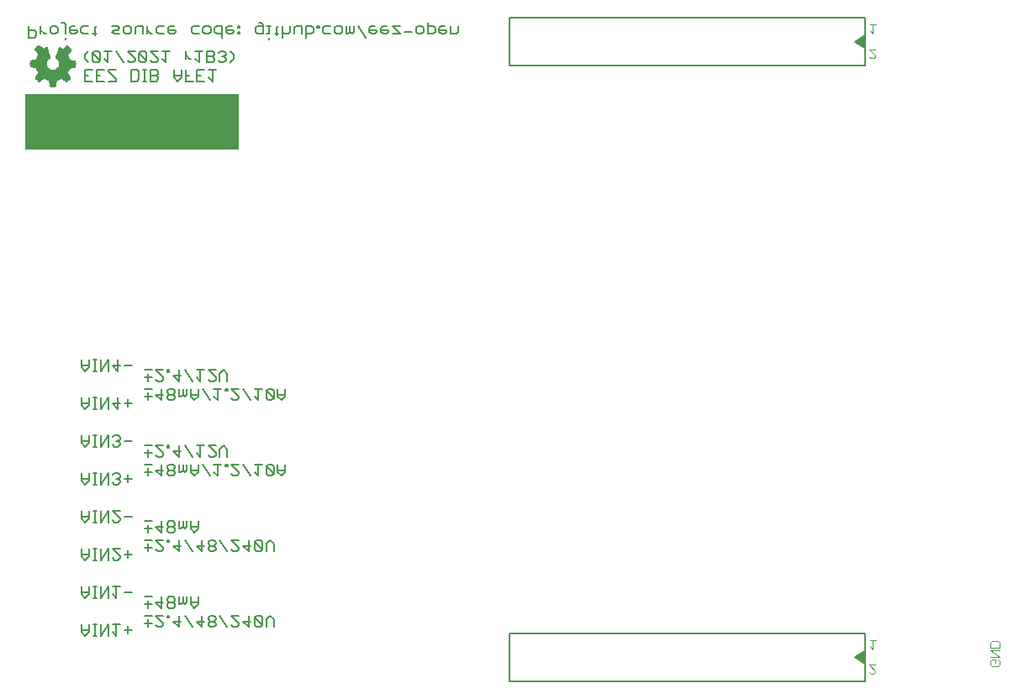
<source format=gbo>
G75*
%MOIN*%
%OFA0B0*%
%FSLAX25Y25*%
%IPPOS*%
%LPD*%
%AMOC8*
5,1,8,0,0,1.08239X$1,22.5*
%
%ADD10C,0.00500*%
%ADD11R,0.85100X0.22250*%
%ADD12R,0.01485X0.00015*%
%ADD13R,0.00045X0.00015*%
%ADD14R,0.00105X0.00015*%
%ADD15R,0.00165X0.00015*%
%ADD16R,0.00225X0.00015*%
%ADD17R,0.00285X0.00015*%
%ADD18R,0.00345X0.00015*%
%ADD19R,0.00405X0.00015*%
%ADD20R,0.00435X0.00015*%
%ADD21R,0.00465X0.00015*%
%ADD22R,0.00495X0.00015*%
%ADD23R,0.00540X0.00015*%
%ADD24R,0.00585X0.00015*%
%ADD25R,0.00645X0.00015*%
%ADD26R,0.00150X0.00015*%
%ADD27R,0.00675X0.00015*%
%ADD28R,0.00195X0.00015*%
%ADD29R,0.00705X0.00015*%
%ADD30R,0.00240X0.00015*%
%ADD31R,0.00735X0.00015*%
%ADD32R,0.00270X0.00015*%
%ADD33R,0.00765X0.00015*%
%ADD34R,0.00300X0.00015*%
%ADD35R,0.00810X0.00015*%
%ADD36R,0.00360X0.00015*%
%ADD37R,0.00855X0.00015*%
%ADD38R,0.00435X0.00015*%
%ADD39R,0.00915X0.00015*%
%ADD40R,0.00465X0.00015*%
%ADD41R,0.00945X0.00015*%
%ADD42R,0.00960X0.00015*%
%ADD43R,0.00525X0.00015*%
%ADD44R,0.00990X0.00015*%
%ADD45R,0.00555X0.00015*%
%ADD46R,0.01035X0.00015*%
%ADD47R,0.00600X0.00015*%
%ADD48R,0.01080X0.00015*%
%ADD49R,0.01125X0.00015*%
%ADD50R,0.01170X0.00015*%
%ADD51R,0.00720X0.00015*%
%ADD52R,0.01200X0.00015*%
%ADD53R,0.00750X0.00015*%
%ADD54R,0.01230X0.00015*%
%ADD55R,0.00780X0.00015*%
%ADD56R,0.01260X0.00015*%
%ADD57R,0.00810X0.00015*%
%ADD58R,0.01305X0.00015*%
%ADD59R,0.01365X0.00015*%
%ADD60R,0.00900X0.00015*%
%ADD61R,0.01395X0.00015*%
%ADD62R,0.01440X0.00015*%
%ADD63R,0.01470X0.00015*%
%ADD64R,0.01005X0.00015*%
%ADD65R,0.01500X0.00015*%
%ADD66R,0.01020X0.00015*%
%ADD67R,0.01530X0.00015*%
%ADD68R,0.01065X0.00015*%
%ADD69R,0.01575X0.00015*%
%ADD70R,0.01095X0.00015*%
%ADD71R,0.01635X0.00015*%
%ADD72R,0.01155X0.00015*%
%ADD73R,0.01680X0.00015*%
%ADD74R,0.01200X0.00015*%
%ADD75R,0.01710X0.00015*%
%ADD76R,0.01230X0.00015*%
%ADD77R,0.01725X0.00015*%
%ADD78R,0.01245X0.00015*%
%ADD79R,0.01755X0.00015*%
%ADD80R,0.01275X0.00015*%
%ADD81R,0.01800X0.00015*%
%ADD82R,0.01320X0.00015*%
%ADD83R,0.01860X0.00015*%
%ADD84R,0.01905X0.00015*%
%ADD85R,0.01410X0.00015*%
%ADD86R,0.01935X0.00015*%
%ADD87R,0.01455X0.00015*%
%ADD88R,0.01965X0.00015*%
%ADD89R,0.01485X0.00015*%
%ADD90R,0.01995X0.00015*%
%ADD91R,0.01515X0.00015*%
%ADD92R,0.02040X0.00015*%
%ADD93R,0.01530X0.00015*%
%ADD94R,0.02070X0.00015*%
%ADD95R,0.01575X0.00015*%
%ADD96R,0.02115X0.00015*%
%ADD97R,0.01620X0.00015*%
%ADD98R,0.02160X0.00015*%
%ADD99R,0.01665X0.00015*%
%ADD100R,0.02190X0.00015*%
%ADD101R,0.00075X0.00015*%
%ADD102R,0.01695X0.00015*%
%ADD103R,0.02220X0.00015*%
%ADD104R,0.00105X0.00015*%
%ADD105R,0.02235X0.00015*%
%ADD106R,0.00135X0.00015*%
%ADD107R,0.01755X0.00015*%
%ADD108R,0.02280X0.00015*%
%ADD109R,0.00180X0.00015*%
%ADD110R,0.01785X0.00015*%
%ADD111R,0.02340X0.00015*%
%ADD112R,0.00240X0.00015*%
%ADD113R,0.01830X0.00015*%
%ADD114R,0.02385X0.00015*%
%ADD115R,0.01890X0.00015*%
%ADD116R,0.02415X0.00015*%
%ADD117R,0.00330X0.00015*%
%ADD118R,0.00120X0.00015*%
%ADD119R,0.01920X0.00015*%
%ADD120R,0.02430X0.00015*%
%ADD121R,0.00375X0.00015*%
%ADD122R,0.02460X0.00015*%
%ADD123R,0.00405X0.00015*%
%ADD124R,0.00195X0.00015*%
%ADD125R,0.01965X0.00015*%
%ADD126R,0.02505X0.00015*%
%ADD127R,0.00210X0.00015*%
%ADD128R,0.02010X0.00015*%
%ADD129R,0.02535X0.00015*%
%ADD130R,0.00480X0.00015*%
%ADD131R,0.02580X0.00015*%
%ADD132R,0.00540X0.00015*%
%ADD133R,0.02085X0.00015*%
%ADD134R,0.02625X0.00015*%
%ADD135R,0.02130X0.00015*%
%ADD136R,0.02670X0.00015*%
%ADD137R,0.00630X0.00015*%
%ADD138R,0.02700X0.00015*%
%ADD139R,0.00660X0.00015*%
%ADD140R,0.00450X0.00015*%
%ADD141R,0.02190X0.00015*%
%ADD142R,0.02715X0.00015*%
%ADD143R,0.02205X0.00015*%
%ADD144R,0.02745X0.00015*%
%ADD145R,0.00510X0.00015*%
%ADD146R,0.02235X0.00015*%
%ADD147R,0.02775X0.00015*%
%ADD148R,0.02820X0.00015*%
%ADD149R,0.02310X0.00015*%
%ADD150R,0.02880X0.00015*%
%ADD151R,0.00855X0.00015*%
%ADD152R,0.02355X0.00015*%
%ADD153R,0.02895X0.00015*%
%ADD154R,0.00870X0.00015*%
%ADD155R,0.00660X0.00015*%
%ADD156R,0.02925X0.00015*%
%ADD157R,0.00690X0.00015*%
%ADD158R,0.02970X0.00015*%
%ADD159R,0.03000X0.00015*%
%ADD160R,0.00750X0.00015*%
%ADD161R,0.03045X0.00015*%
%ADD162R,0.01005X0.00015*%
%ADD163R,0.00780X0.00015*%
%ADD164R,0.02505X0.00015*%
%ADD165R,0.03090X0.00015*%
%ADD166R,0.01050X0.00015*%
%ADD167R,0.00825X0.00015*%
%ADD168R,0.02550X0.00015*%
%ADD169R,0.03135X0.00015*%
%ADD170R,0.01095X0.00015*%
%ADD171R,0.00870X0.00015*%
%ADD172R,0.03165X0.00015*%
%ADD173R,0.01125X0.00015*%
%ADD174R,0.02625X0.00015*%
%ADD175R,0.03195X0.00015*%
%ADD176R,0.01140X0.00015*%
%ADD177R,0.00930X0.00015*%
%ADD178R,0.02655X0.00015*%
%ADD179R,0.03210X0.00015*%
%ADD180R,0.00960X0.00015*%
%ADD181R,0.03240X0.00015*%
%ADD182R,0.02700X0.00015*%
%ADD183R,0.03285X0.00015*%
%ADD184R,0.01245X0.00015*%
%ADD185R,0.02745X0.00015*%
%ADD186R,0.03330X0.00015*%
%ADD187R,0.02790X0.00015*%
%ADD188R,0.03360X0.00015*%
%ADD189R,0.01110X0.00015*%
%ADD190R,0.02835X0.00015*%
%ADD191R,0.03390X0.00015*%
%ADD192R,0.01335X0.00015*%
%ADD193R,0.01140X0.00015*%
%ADD194R,0.02865X0.00015*%
%ADD195R,0.03420X0.00015*%
%ADD196R,0.01155X0.00015*%
%ADD197R,0.04905X0.00015*%
%ADD198R,0.04920X0.00015*%
%ADD199R,0.02940X0.00015*%
%ADD200R,0.04950X0.00015*%
%ADD201R,0.02985X0.00015*%
%ADD202R,0.04965X0.00015*%
%ADD203R,0.01275X0.00015*%
%ADD204R,0.03015X0.00015*%
%ADD205R,0.04980X0.00015*%
%ADD206R,0.03045X0.00015*%
%ADD207R,0.05010X0.00015*%
%ADD208R,0.01335X0.00015*%
%ADD209R,0.03075X0.00015*%
%ADD210R,0.01350X0.00015*%
%ADD211R,0.03105X0.00015*%
%ADD212R,0.05040X0.00015*%
%ADD213R,0.01380X0.00015*%
%ADD214R,0.05040X0.00015*%
%ADD215R,0.01410X0.00015*%
%ADD216R,0.03180X0.00015*%
%ADD217R,0.05070X0.00015*%
%ADD218R,0.03225X0.00015*%
%ADD219R,0.03255X0.00015*%
%ADD220R,0.05085X0.00015*%
%ADD221R,0.01515X0.00015*%
%ADD222R,0.03300X0.00015*%
%ADD223R,0.05100X0.00015*%
%ADD224R,0.04935X0.00015*%
%ADD225R,0.05115X0.00015*%
%ADD226R,0.04995X0.00015*%
%ADD227R,0.05130X0.00015*%
%ADD228R,0.05010X0.00015*%
%ADD229R,0.05130X0.00015*%
%ADD230R,0.05010X0.00015*%
%ADD231R,0.05025X0.00015*%
%ADD232R,0.05040X0.00015*%
%ADD233R,0.05055X0.00015*%
%ADD234R,0.05130X0.00015*%
%ADD235R,0.05085X0.00015*%
%ADD236R,0.05115X0.00015*%
%ADD237R,0.05145X0.00015*%
%ADD238R,0.05160X0.00015*%
%ADD239R,0.05130X0.00015*%
%ADD240R,0.05190X0.00015*%
%ADD241R,0.05190X0.00015*%
%ADD242R,0.05205X0.00015*%
%ADD243R,0.05220X0.00015*%
%ADD244R,0.05070X0.00015*%
%ADD245R,0.05085X0.00015*%
%ADD246R,0.05205X0.00015*%
%ADD247R,0.05220X0.00015*%
%ADD248R,0.05055X0.00015*%
%ADD249R,0.05025X0.00015*%
%ADD250R,0.05205X0.00015*%
%ADD251R,0.05025X0.00015*%
%ADD252R,0.05190X0.00015*%
%ADD253R,0.05190X0.00015*%
%ADD254R,0.04995X0.00015*%
%ADD255R,0.05175X0.00015*%
%ADD256R,0.04950X0.00015*%
%ADD257R,0.05145X0.00015*%
%ADD258R,0.05145X0.00015*%
%ADD259R,0.04920X0.00015*%
%ADD260R,0.04905X0.00015*%
%ADD261R,0.04905X0.00015*%
%ADD262R,0.05115X0.00015*%
%ADD263R,0.04890X0.00015*%
%ADD264R,0.04890X0.00015*%
%ADD265R,0.04875X0.00015*%
%ADD266R,0.04845X0.00015*%
%ADD267R,0.04830X0.00015*%
%ADD268R,0.04830X0.00015*%
%ADD269R,0.05070X0.00015*%
%ADD270R,0.04830X0.00015*%
%ADD271R,0.04815X0.00015*%
%ADD272R,0.04800X0.00015*%
%ADD273R,0.04800X0.00015*%
%ADD274R,0.05010X0.00015*%
%ADD275R,0.04785X0.00015*%
%ADD276R,0.04770X0.00015*%
%ADD277R,0.04770X0.00015*%
%ADD278R,0.04755X0.00015*%
%ADD279R,0.04740X0.00015*%
%ADD280R,0.04725X0.00015*%
%ADD281R,0.04725X0.00015*%
%ADD282R,0.04980X0.00015*%
%ADD283R,0.04710X0.00015*%
%ADD284R,0.04725X0.00015*%
%ADD285R,0.04710X0.00015*%
%ADD286R,0.04695X0.00015*%
%ADD287R,0.04680X0.00015*%
%ADD288R,0.04695X0.00015*%
%ADD289R,0.04680X0.00015*%
%ADD290R,0.04905X0.00015*%
%ADD291R,0.04665X0.00015*%
%ADD292R,0.04650X0.00015*%
%ADD293R,0.04635X0.00015*%
%ADD294R,0.04620X0.00015*%
%ADD295R,0.04620X0.00015*%
%ADD296R,0.04890X0.00015*%
%ADD297R,0.04605X0.00015*%
%ADD298R,0.04605X0.00015*%
%ADD299R,0.04590X0.00015*%
%ADD300R,0.04845X0.00015*%
%ADD301R,0.04575X0.00015*%
%ADD302R,0.04590X0.00015*%
%ADD303R,0.04575X0.00015*%
%ADD304R,0.04845X0.00015*%
%ADD305R,0.04560X0.00015*%
%ADD306R,0.04545X0.00015*%
%ADD307R,0.04530X0.00015*%
%ADD308R,0.04515X0.00015*%
%ADD309R,0.04530X0.00015*%
%ADD310R,0.04500X0.00015*%
%ADD311R,0.04515X0.00015*%
%ADD312R,0.04785X0.00015*%
%ADD313R,0.04485X0.00015*%
%ADD314R,0.04755X0.00015*%
%ADD315R,0.04470X0.00015*%
%ADD316R,0.04740X0.00015*%
%ADD317R,0.04485X0.00015*%
%ADD318R,0.04755X0.00015*%
%ADD319R,0.04545X0.00015*%
%ADD320R,0.04695X0.00015*%
%ADD321R,0.04680X0.00015*%
%ADD322R,0.04665X0.00015*%
%ADD323R,0.04725X0.00015*%
%ADD324R,0.04680X0.00015*%
%ADD325R,0.04860X0.00015*%
%ADD326R,0.04740X0.00015*%
%ADD327R,0.04875X0.00015*%
%ADD328R,0.04965X0.00015*%
%ADD329R,0.04860X0.00015*%
%ADD330R,0.04995X0.00015*%
%ADD331R,0.04875X0.00015*%
%ADD332R,0.04980X0.00015*%
%ADD333R,0.05235X0.00015*%
%ADD334R,0.05235X0.00015*%
%ADD335R,0.05250X0.00015*%
%ADD336R,0.05280X0.00015*%
%ADD337R,0.05295X0.00015*%
%ADD338R,0.05325X0.00015*%
%ADD339R,0.05340X0.00015*%
%ADD340R,0.05235X0.00015*%
%ADD341R,0.05355X0.00015*%
%ADD342R,0.05370X0.00015*%
%ADD343R,0.05265X0.00015*%
%ADD344R,0.05370X0.00015*%
%ADD345R,0.05280X0.00015*%
%ADD346R,0.05385X0.00015*%
%ADD347R,0.05295X0.00015*%
%ADD348R,0.05400X0.00015*%
%ADD349R,0.05415X0.00015*%
%ADD350R,0.05310X0.00015*%
%ADD351R,0.05430X0.00015*%
%ADD352R,0.05445X0.00015*%
%ADD353R,0.05460X0.00015*%
%ADD354R,0.05355X0.00015*%
%ADD355R,0.05475X0.00015*%
%ADD356R,0.05505X0.00015*%
%ADD357R,0.05520X0.00015*%
%ADD358R,0.05535X0.00015*%
%ADD359R,0.05550X0.00015*%
%ADD360R,0.05550X0.00015*%
%ADD361R,0.05475X0.00015*%
%ADD362R,0.05490X0.00015*%
%ADD363R,0.05475X0.00015*%
%ADD364R,0.05385X0.00015*%
%ADD365R,0.05370X0.00015*%
%ADD366R,0.05325X0.00015*%
%ADD367R,0.05310X0.00015*%
%ADD368R,0.05265X0.00015*%
%ADD369R,0.05175X0.00015*%
%ADD370R,0.04980X0.00015*%
%ADD371R,0.04965X0.00015*%
%ADD372R,0.04860X0.00015*%
%ADD373R,0.04845X0.00015*%
%ADD374R,0.04815X0.00015*%
%ADD375R,0.04770X0.00015*%
%ADD376R,0.05295X0.00015*%
%ADD377R,0.04635X0.00015*%
%ADD378R,0.05610X0.00015*%
%ADD379R,0.05700X0.00015*%
%ADD380R,0.05760X0.00015*%
%ADD381R,0.05805X0.00015*%
%ADD382R,0.05850X0.00015*%
%ADD383R,0.05895X0.00015*%
%ADD384R,0.06000X0.00015*%
%ADD385R,0.06135X0.00015*%
%ADD386R,0.06225X0.00015*%
%ADD387R,0.06300X0.00015*%
%ADD388R,0.06330X0.00015*%
%ADD389R,0.06375X0.00015*%
%ADD390R,0.06450X0.00015*%
%ADD391R,0.06570X0.00015*%
%ADD392R,0.05565X0.00015*%
%ADD393R,0.06690X0.00015*%
%ADD394R,0.06735X0.00015*%
%ADD395R,0.05790X0.00015*%
%ADD396R,0.06765X0.00015*%
%ADD397R,0.05850X0.00015*%
%ADD398R,0.06780X0.00015*%
%ADD399R,0.05895X0.00015*%
%ADD400R,0.06795X0.00015*%
%ADD401R,0.05955X0.00015*%
%ADD402R,0.06810X0.00015*%
%ADD403R,0.06060X0.00015*%
%ADD404R,0.06195X0.00015*%
%ADD405R,0.06825X0.00015*%
%ADD406R,0.06330X0.00015*%
%ADD407R,0.06840X0.00015*%
%ADD408R,0.06390X0.00015*%
%ADD409R,0.06495X0.00015*%
%ADD410R,0.06840X0.00015*%
%ADD411R,0.06555X0.00015*%
%ADD412R,0.06825X0.00015*%
%ADD413R,0.06645X0.00015*%
%ADD414R,0.06825X0.00015*%
%ADD415R,0.06705X0.00015*%
%ADD416R,0.06705X0.00015*%
%ADD417R,0.06810X0.00015*%
%ADD418R,0.06720X0.00015*%
%ADD419R,0.06795X0.00015*%
%ADD420R,0.06750X0.00015*%
%ADD421R,0.06765X0.00015*%
%ADD422R,0.06795X0.00015*%
%ADD423R,0.06780X0.00015*%
%ADD424R,0.06780X0.00015*%
%ADD425R,0.06750X0.00015*%
%ADD426R,0.06720X0.00015*%
%ADD427R,0.06720X0.00015*%
%ADD428R,0.06705X0.00015*%
%ADD429R,0.06705X0.00015*%
%ADD430R,0.06690X0.00015*%
%ADD431R,0.06675X0.00015*%
%ADD432R,0.06690X0.00015*%
%ADD433R,0.06675X0.00015*%
%ADD434R,0.06675X0.00015*%
%ADD435R,0.06660X0.00015*%
%ADD436R,0.06675X0.00015*%
%ADD437R,0.06660X0.00015*%
%ADD438R,0.06660X0.00015*%
%ADD439R,0.06645X0.00015*%
%ADD440R,0.06630X0.00015*%
%ADD441R,0.06660X0.00015*%
%ADD442R,0.06630X0.00015*%
%ADD443R,0.06645X0.00015*%
%ADD444R,0.06735X0.00015*%
%ADD445R,0.06765X0.00015*%
%ADD446R,0.06780X0.00015*%
%ADD447R,0.06825X0.00015*%
%ADD448R,0.06855X0.00015*%
%ADD449R,0.06855X0.00015*%
%ADD450R,0.06870X0.00015*%
%ADD451R,0.06885X0.00015*%
%ADD452R,0.06525X0.00015*%
%ADD453R,0.06405X0.00015*%
%ADD454R,0.06255X0.00015*%
%ADD455R,0.06165X0.00015*%
%ADD456R,0.06870X0.00015*%
%ADD457R,0.06120X0.00015*%
%ADD458R,0.06885X0.00015*%
%ADD459R,0.06060X0.00015*%
%ADD460R,0.06015X0.00015*%
%ADD461R,0.05910X0.00015*%
%ADD462R,0.05670X0.00015*%
%ADD463R,0.05595X0.00015*%
%ADD464R,0.06585X0.00015*%
%ADD465R,0.05160X0.00015*%
%ADD466R,0.06390X0.00015*%
%ADD467R,0.05025X0.00015*%
%ADD468R,0.06330X0.00015*%
%ADD469R,0.06075X0.00015*%
%ADD470R,0.05820X0.00015*%
%ADD471R,0.05775X0.00015*%
%ADD472R,0.05685X0.00015*%
%ADD473R,0.05460X0.00015*%
%ADD474R,0.04860X0.00015*%
%ADD475R,0.04935X0.00015*%
%ADD476R,0.05160X0.00015*%
%ADD477R,0.05325X0.00015*%
%ADD478R,0.05340X0.00015*%
%ADD479R,0.05355X0.00015*%
%ADD480R,0.05430X0.00015*%
%ADD481R,0.05535X0.00015*%
%ADD482R,0.05595X0.00015*%
%ADD483R,0.05640X0.00015*%
%ADD484R,0.05640X0.00015*%
%ADD485R,0.05670X0.00015*%
%ADD486R,0.05685X0.00015*%
%ADD487R,0.05700X0.00015*%
%ADD488R,0.05715X0.00015*%
%ADD489R,0.05715X0.00015*%
%ADD490R,0.05730X0.00015*%
%ADD491R,0.05745X0.00015*%
%ADD492R,0.05760X0.00015*%
%ADD493R,0.06000X0.00015*%
%ADD494R,0.06105X0.00015*%
%ADD495R,0.06180X0.00015*%
%ADD496R,0.06210X0.00015*%
%ADD497R,0.12690X0.00015*%
%ADD498R,0.12675X0.00015*%
%ADD499R,0.12660X0.00015*%
%ADD500R,0.12660X0.00015*%
%ADD501R,0.12645X0.00015*%
%ADD502R,0.12615X0.00015*%
%ADD503R,0.12600X0.00015*%
%ADD504R,0.12585X0.00015*%
%ADD505R,0.12555X0.00015*%
%ADD506R,0.12540X0.00015*%
%ADD507R,0.12525X0.00015*%
%ADD508R,0.12510X0.00015*%
%ADD509R,0.12510X0.00015*%
%ADD510R,0.12480X0.00015*%
%ADD511R,0.12450X0.00015*%
%ADD512R,0.12435X0.00015*%
%ADD513R,0.12420X0.00015*%
%ADD514R,0.12390X0.00015*%
%ADD515R,0.12375X0.00015*%
%ADD516R,0.12360X0.00015*%
%ADD517R,0.12330X0.00015*%
%ADD518R,0.12300X0.00015*%
%ADD519R,0.12285X0.00015*%
%ADD520R,0.12270X0.00015*%
%ADD521R,0.12255X0.00015*%
%ADD522R,0.12240X0.00015*%
%ADD523R,0.12225X0.00015*%
%ADD524R,0.12195X0.00015*%
%ADD525R,0.12165X0.00015*%
%ADD526R,0.12150X0.00015*%
%ADD527R,0.12135X0.00015*%
%ADD528R,0.12120X0.00015*%
%ADD529R,0.12090X0.00015*%
%ADD530R,0.12075X0.00015*%
%ADD531R,0.12060X0.00015*%
%ADD532R,0.12045X0.00015*%
%ADD533R,0.12015X0.00015*%
%ADD534R,0.12000X0.00015*%
%ADD535R,0.11985X0.00015*%
%ADD536R,0.11955X0.00015*%
%ADD537R,0.11940X0.00015*%
%ADD538R,0.11925X0.00015*%
%ADD539R,0.11910X0.00015*%
%ADD540R,0.11910X0.00015*%
%ADD541R,0.11880X0.00015*%
%ADD542R,0.11850X0.00015*%
%ADD543R,0.11835X0.00015*%
%ADD544R,0.11805X0.00015*%
%ADD545R,0.11775X0.00015*%
%ADD546R,0.11760X0.00015*%
%ADD547R,0.11745X0.00015*%
%ADD548R,0.11730X0.00015*%
%ADD549R,0.11700X0.00015*%
%ADD550R,0.11700X0.00015*%
%ADD551R,0.11685X0.00015*%
%ADD552R,0.11655X0.00015*%
%ADD553R,0.11640X0.00015*%
%ADD554R,0.11625X0.00015*%
%ADD555R,0.11625X0.00015*%
%ADD556R,0.11670X0.00015*%
%ADD557R,0.11715X0.00015*%
%ADD558R,0.11790X0.00015*%
%ADD559R,0.11820X0.00015*%
%ADD560R,0.11820X0.00015*%
%ADD561R,0.11880X0.00015*%
%ADD562R,0.11895X0.00015*%
%ADD563R,0.11970X0.00015*%
%ADD564R,0.12045X0.00015*%
%ADD565R,0.12075X0.00015*%
%ADD566R,0.12105X0.00015*%
%ADD567R,0.12135X0.00015*%
%ADD568R,0.12165X0.00015*%
%ADD569R,0.12180X0.00015*%
%ADD570R,0.12195X0.00015*%
%ADD571R,0.12210X0.00015*%
%ADD572R,0.12225X0.00015*%
%ADD573R,0.12255X0.00015*%
%ADD574R,0.12360X0.00015*%
%ADD575R,0.12390X0.00015*%
%ADD576R,0.12405X0.00015*%
%ADD577R,0.12435X0.00015*%
%ADD578R,0.12480X0.00015*%
%ADD579R,0.12480X0.00015*%
%ADD580R,0.12510X0.00015*%
%ADD581R,0.12570X0.00015*%
%ADD582R,0.12630X0.00015*%
%ADD583R,0.12675X0.00015*%
%ADD584R,0.12705X0.00015*%
%ADD585R,0.12735X0.00015*%
%ADD586R,0.12750X0.00015*%
%ADD587R,0.12780X0.00015*%
%ADD588R,0.12795X0.00015*%
%ADD589R,0.12810X0.00015*%
%ADD590R,0.12840X0.00015*%
%ADD591R,0.12855X0.00015*%
%ADD592R,0.12885X0.00015*%
%ADD593R,0.12900X0.00015*%
%ADD594R,0.12915X0.00015*%
%ADD595R,0.12945X0.00015*%
%ADD596R,0.12960X0.00015*%
%ADD597R,0.12990X0.00015*%
%ADD598R,0.13005X0.00015*%
%ADD599R,0.13020X0.00015*%
%ADD600R,0.13035X0.00015*%
%ADD601R,0.13065X0.00015*%
%ADD602R,0.13080X0.00015*%
%ADD603R,0.13110X0.00015*%
%ADD604R,0.13125X0.00015*%
%ADD605R,0.13155X0.00015*%
%ADD606R,0.13170X0.00015*%
%ADD607R,0.13200X0.00015*%
%ADD608R,0.13230X0.00015*%
%ADD609R,0.13260X0.00015*%
%ADD610R,0.13290X0.00015*%
%ADD611R,0.13320X0.00015*%
%ADD612R,0.13350X0.00015*%
%ADD613R,0.13365X0.00015*%
%ADD614R,0.13395X0.00015*%
%ADD615R,0.13425X0.00015*%
%ADD616R,0.13455X0.00015*%
%ADD617R,0.13470X0.00015*%
%ADD618R,0.13500X0.00015*%
%ADD619R,0.13530X0.00015*%
%ADD620R,0.13560X0.00015*%
%ADD621R,0.13575X0.00015*%
%ADD622R,0.13605X0.00015*%
%ADD623R,0.13635X0.00015*%
%ADD624R,0.13650X0.00015*%
%ADD625R,0.13680X0.00015*%
%ADD626R,0.13695X0.00015*%
%ADD627R,0.13725X0.00015*%
%ADD628R,0.13740X0.00015*%
%ADD629R,0.13770X0.00015*%
%ADD630R,0.13785X0.00015*%
%ADD631R,0.13800X0.00015*%
%ADD632R,0.13830X0.00015*%
%ADD633R,0.13860X0.00015*%
%ADD634R,0.13875X0.00015*%
%ADD635R,0.13905X0.00015*%
%ADD636R,0.13935X0.00015*%
%ADD637R,0.13950X0.00015*%
%ADD638R,0.13980X0.00015*%
%ADD639R,0.14010X0.00015*%
%ADD640R,0.14025X0.00015*%
%ADD641R,0.14055X0.00015*%
%ADD642R,0.14070X0.00015*%
%ADD643R,0.14085X0.00015*%
%ADD644R,0.14115X0.00015*%
%ADD645R,0.14145X0.00015*%
%ADD646R,0.14160X0.00015*%
%ADD647R,0.14190X0.00015*%
%ADD648R,0.14205X0.00015*%
%ADD649R,0.14220X0.00015*%
%ADD650R,0.14235X0.00015*%
%ADD651R,0.14265X0.00015*%
%ADD652R,0.14280X0.00015*%
%ADD653R,0.14295X0.00015*%
%ADD654R,0.14295X0.00015*%
%ADD655R,0.14250X0.00015*%
%ADD656R,0.14205X0.00015*%
%ADD657R,0.14175X0.00015*%
%ADD658R,0.14160X0.00015*%
%ADD659R,0.14130X0.00015*%
%ADD660R,0.14100X0.00015*%
%ADD661R,0.14040X0.00015*%
%ADD662R,0.14010X0.00015*%
%ADD663R,0.03465X0.00015*%
%ADD664R,0.10440X0.00015*%
%ADD665R,0.03420X0.00015*%
%ADD666R,0.10395X0.00015*%
%ADD667R,0.03375X0.00015*%
%ADD668R,0.10335X0.00015*%
%ADD669R,0.03570X0.00015*%
%ADD670R,0.06600X0.00015*%
%ADD671R,0.03525X0.00015*%
%ADD672R,0.03270X0.00015*%
%ADD673R,0.03495X0.00015*%
%ADD674R,0.03210X0.00015*%
%ADD675R,0.06480X0.00015*%
%ADD676R,0.03435X0.00015*%
%ADD677R,0.03165X0.00015*%
%ADD678R,0.03390X0.00015*%
%ADD679R,0.03120X0.00015*%
%ADD680R,0.06315X0.00015*%
%ADD681R,0.03345X0.00015*%
%ADD682R,0.03090X0.00015*%
%ADD683R,0.03075X0.00015*%
%ADD684R,0.06225X0.00015*%
%ADD685R,0.03270X0.00015*%
%ADD686R,0.06180X0.00015*%
%ADD687R,0.02970X0.00015*%
%ADD688R,0.06075X0.00015*%
%ADD689R,0.03195X0.00015*%
%ADD690R,0.02925X0.00015*%
%ADD691R,0.05985X0.00015*%
%ADD692R,0.03135X0.00015*%
%ADD693R,0.02850X0.00015*%
%ADD694R,0.05835X0.00015*%
%ADD695R,0.03030X0.00015*%
%ADD696R,0.02805X0.00015*%
%ADD697R,0.02730X0.00015*%
%ADD698R,0.05625X0.00015*%
%ADD699R,0.02925X0.00015*%
%ADD700R,0.02640X0.00015*%
%ADD701R,0.02595X0.00015*%
%ADD702R,0.02565X0.00015*%
%ADD703R,0.02760X0.00015*%
%ADD704R,0.02520X0.00015*%
%ADD705R,0.02730X0.00015*%
%ADD706R,0.02475X0.00015*%
%ADD707R,0.02685X0.00015*%
%ADD708R,0.02445X0.00015*%
%ADD709R,0.02400X0.00015*%
%ADD710R,0.02370X0.00015*%
%ADD711R,0.02565X0.00015*%
%ADD712R,0.02340X0.00015*%
%ADD713R,0.02325X0.00015*%
%ADD714R,0.02505X0.00015*%
%ADD715R,0.02280X0.00015*%
%ADD716R,0.02460X0.00015*%
%ADD717R,0.04560X0.00015*%
%ADD718R,0.02190X0.00015*%
%ADD719R,0.04440X0.00015*%
%ADD720R,0.02370X0.00015*%
%ADD721R,0.02145X0.00015*%
%ADD722R,0.04365X0.00015*%
%ADD723R,0.04320X0.00015*%
%ADD724R,0.02310X0.00015*%
%ADD725R,0.02100X0.00015*%
%ADD726R,0.04260X0.00015*%
%ADD727R,0.04200X0.00015*%
%ADD728R,0.02265X0.00015*%
%ADD729R,0.02040X0.00015*%
%ADD730R,0.04095X0.00015*%
%ADD731R,0.02220X0.00015*%
%ADD732R,0.03915X0.00015*%
%ADD733R,0.02175X0.00015*%
%ADD734R,0.03765X0.00015*%
%ADD735R,0.03675X0.00015*%
%ADD736R,0.01890X0.00015*%
%ADD737R,0.03615X0.00015*%
%ADD738R,0.02055X0.00015*%
%ADD739R,0.01860X0.00015*%
%ADD740R,0.03555X0.00015*%
%ADD741R,0.01815X0.00015*%
%ADD742R,0.03450X0.00015*%
%ADD743R,0.01725X0.00015*%
%ADD744R,0.03315X0.00015*%
%ADD745R,0.01905X0.00015*%
%ADD746R,0.01680X0.00015*%
%ADD747R,0.01650X0.00015*%
%ADD748R,0.01620X0.00015*%
%ADD749R,0.01590X0.00015*%
%ADD750R,0.01770X0.00015*%
%ADD751R,0.01560X0.00015*%
%ADD752R,0.03240X0.00015*%
%ADD753R,0.01740X0.00015*%
%ADD754R,0.01665X0.00015*%
%ADD755R,0.01455X0.00015*%
%ADD756R,0.01635X0.00015*%
%ADD757R,0.01410X0.00015*%
%ADD758R,0.01395X0.00015*%
%ADD759R,0.01365X0.00015*%
%ADD760R,0.01335X0.00015*%
%ADD761R,0.01290X0.00015*%
%ADD762R,0.03210X0.00015*%
%ADD763R,0.01455X0.00015*%
%ADD764R,0.01185X0.00015*%
%ADD765R,0.01290X0.00015*%
%ADD766R,0.01110X0.00015*%
%ADD767R,0.01260X0.00015*%
%ADD768R,0.03180X0.00015*%
%ADD769R,0.00975X0.00015*%
%ADD770R,0.03150X0.00015*%
%ADD771R,0.00885X0.00015*%
%ADD772R,0.03150X0.00015*%
%ADD773R,0.01050X0.00015*%
%ADD774R,0.00795X0.00015*%
%ADD775R,0.00885X0.00015*%
%ADD776R,0.00690X0.00015*%
%ADD777R,0.00840X0.00015*%
%ADD778R,0.00570X0.00015*%
%ADD779R,0.00525X0.00015*%
%ADD780R,0.03105X0.00015*%
%ADD781R,0.00660X0.00015*%
%ADD782R,0.00615X0.00015*%
%ADD783R,0.00420X0.00015*%
%ADD784R,0.00555X0.00015*%
%ADD785R,0.00390X0.00015*%
%ADD786R,0.00525X0.00015*%
%ADD787R,0.00360X0.00015*%
%ADD788R,0.00495X0.00015*%
%ADD789R,0.03075X0.00015*%
%ADD790R,0.00450X0.00015*%
%ADD791R,0.00225X0.00015*%
%ADD792R,0.00345X0.00015*%
%ADD793R,0.00255X0.00015*%
%ADD794R,0.03060X0.00015*%
%ADD795R,0.00180X0.00015*%
%ADD796R,0.00075X0.00015*%
%ADD797R,0.03000X0.00015*%
%ADD798R,0.02955X0.00015*%
%ADD799R,0.02940X0.00015*%
%ADD800R,0.02940X0.00015*%
%ADD801R,0.02910X0.00015*%
%ADD802R,0.02910X0.00015*%
%ADD803R,0.02865X0.00015*%
%ADD804R,0.02805X0.00015*%
%ADD805R,0.02775X0.00015*%
%ADD806R,0.02760X0.00015*%
%ADD807R,0.02655X0.00015*%
%ADD808R,0.02640X0.00015*%
%ADD809R,0.02610X0.00015*%
%ADD810R,0.02595X0.00015*%
%ADD811R,0.02535X0.00015*%
%ADD812R,0.02475X0.00015*%
%ADD813R,0.02175X0.00015*%
%ADD814R,0.01575X0.00015*%
%ADD815C,0.00800*%
%ADD816C,0.00400*%
D10*
X0041766Y0041993D02*
X0043268Y0043494D01*
X0043268Y0046497D01*
X0044869Y0046497D02*
X0046370Y0046497D01*
X0045620Y0046497D02*
X0045620Y0041993D01*
X0046370Y0041993D02*
X0044869Y0041993D01*
X0043268Y0044245D02*
X0040265Y0044245D01*
X0040265Y0043494D02*
X0040265Y0046497D01*
X0040265Y0043494D02*
X0041766Y0041993D01*
X0047938Y0041993D02*
X0047938Y0046497D01*
X0050941Y0046497D02*
X0047938Y0041993D01*
X0050941Y0041993D02*
X0050941Y0046497D01*
X0052542Y0046497D02*
X0055545Y0046497D01*
X0054043Y0046497D02*
X0054043Y0041993D01*
X0052542Y0043494D01*
X0057146Y0044245D02*
X0060149Y0044245D01*
X0058647Y0042744D02*
X0058647Y0045746D01*
X0065165Y0046944D02*
X0068168Y0046944D01*
X0069769Y0046194D02*
X0070520Y0045443D01*
X0072021Y0045443D01*
X0072771Y0046194D01*
X0072771Y0046944D01*
X0069769Y0049947D01*
X0072771Y0049947D01*
X0074373Y0049947D02*
X0075123Y0049947D01*
X0075123Y0049196D01*
X0074373Y0049196D01*
X0074373Y0049947D01*
X0075123Y0052943D02*
X0076625Y0052943D01*
X0077375Y0053694D01*
X0077375Y0054444D01*
X0076625Y0055195D01*
X0075123Y0055195D01*
X0074373Y0054444D01*
X0074373Y0053694D01*
X0075123Y0052943D01*
X0075123Y0055195D02*
X0074373Y0055946D01*
X0074373Y0056696D01*
X0075123Y0057447D01*
X0076625Y0057447D01*
X0077375Y0056696D01*
X0077375Y0055946D01*
X0076625Y0055195D01*
X0078977Y0054444D02*
X0078977Y0057447D01*
X0080478Y0057447D02*
X0080478Y0055195D01*
X0081229Y0054444D01*
X0081979Y0055195D01*
X0081979Y0057447D01*
X0083581Y0057447D02*
X0083581Y0054444D01*
X0085082Y0052943D01*
X0086583Y0054444D01*
X0086583Y0057447D01*
X0086583Y0055195D02*
X0083581Y0055195D01*
X0080478Y0055195D02*
X0079727Y0054444D01*
X0078977Y0054444D01*
X0078927Y0049947D02*
X0078927Y0045443D01*
X0076675Y0047695D01*
X0079677Y0047695D01*
X0081279Y0049947D02*
X0084281Y0045443D01*
X0085883Y0047695D02*
X0088885Y0047695D01*
X0090487Y0048446D02*
X0091237Y0047695D01*
X0092738Y0047695D01*
X0093489Y0048446D01*
X0093489Y0049196D01*
X0092738Y0049947D01*
X0091237Y0049947D01*
X0090487Y0049196D01*
X0090487Y0048446D01*
X0091237Y0047695D02*
X0090487Y0046944D01*
X0090487Y0046194D01*
X0091237Y0045443D01*
X0092738Y0045443D01*
X0093489Y0046194D01*
X0093489Y0046944D01*
X0092738Y0047695D01*
X0095090Y0049947D02*
X0098093Y0045443D01*
X0099694Y0046194D02*
X0100445Y0045443D01*
X0101946Y0045443D01*
X0102697Y0046194D01*
X0102697Y0046944D01*
X0099694Y0049947D01*
X0102697Y0049947D01*
X0104298Y0047695D02*
X0107301Y0047695D01*
X0108902Y0049196D02*
X0111905Y0046194D01*
X0111905Y0049196D01*
X0111154Y0049947D01*
X0109653Y0049947D01*
X0108902Y0049196D01*
X0108902Y0046194D01*
X0109653Y0045443D01*
X0111154Y0045443D01*
X0111905Y0046194D01*
X0113506Y0045443D02*
X0113506Y0048446D01*
X0115007Y0049947D01*
X0116509Y0048446D01*
X0116509Y0045443D01*
X0106550Y0045443D02*
X0106550Y0049947D01*
X0104298Y0047695D02*
X0106550Y0045443D01*
X0088135Y0045443D02*
X0085883Y0047695D01*
X0088135Y0049947D02*
X0088135Y0045443D01*
X0072021Y0052943D02*
X0069769Y0055195D01*
X0072771Y0055195D01*
X0072021Y0057447D02*
X0072021Y0052943D01*
X0068168Y0054444D02*
X0065165Y0054444D01*
X0066666Y0052943D02*
X0066666Y0055946D01*
X0065165Y0057447D02*
X0068168Y0057447D01*
X0068168Y0049947D02*
X0065165Y0049947D01*
X0066666Y0048446D02*
X0066666Y0045443D01*
X0054043Y0056993D02*
X0054043Y0061497D01*
X0052542Y0061497D02*
X0055545Y0061497D01*
X0057146Y0059245D02*
X0060149Y0059245D01*
X0054043Y0056993D02*
X0052542Y0058494D01*
X0050941Y0056993D02*
X0050941Y0061497D01*
X0047938Y0056993D01*
X0047938Y0061497D01*
X0046370Y0061497D02*
X0044869Y0061497D01*
X0045620Y0061497D02*
X0045620Y0056993D01*
X0046370Y0056993D02*
X0044869Y0056993D01*
X0043268Y0058494D02*
X0043268Y0061497D01*
X0043268Y0059245D02*
X0040265Y0059245D01*
X0040265Y0058494D02*
X0041766Y0056993D01*
X0043268Y0058494D01*
X0040265Y0058494D02*
X0040265Y0061497D01*
X0041766Y0071993D02*
X0043268Y0073494D01*
X0043268Y0076497D01*
X0044869Y0076497D02*
X0046370Y0076497D01*
X0045620Y0076497D02*
X0045620Y0071993D01*
X0046370Y0071993D02*
X0044869Y0071993D01*
X0043268Y0074245D02*
X0040265Y0074245D01*
X0040265Y0073494D02*
X0041766Y0071993D01*
X0040265Y0073494D02*
X0040265Y0076497D01*
X0047938Y0076497D02*
X0047938Y0071993D01*
X0050941Y0076497D01*
X0050941Y0071993D01*
X0052542Y0072744D02*
X0053293Y0071993D01*
X0054794Y0071993D01*
X0055545Y0072744D01*
X0055545Y0073494D01*
X0052542Y0076497D01*
X0055545Y0076497D01*
X0057146Y0074245D02*
X0060149Y0074245D01*
X0058647Y0072744D02*
X0058647Y0075746D01*
X0065165Y0076944D02*
X0068168Y0076944D01*
X0069769Y0076194D02*
X0070520Y0075443D01*
X0072021Y0075443D01*
X0072771Y0076194D01*
X0072771Y0076944D01*
X0069769Y0079947D01*
X0072771Y0079947D01*
X0074373Y0079947D02*
X0075123Y0079947D01*
X0075123Y0079196D01*
X0074373Y0079196D01*
X0074373Y0079947D01*
X0075123Y0082943D02*
X0076625Y0082943D01*
X0077375Y0083694D01*
X0077375Y0084444D01*
X0076625Y0085195D01*
X0075123Y0085195D01*
X0074373Y0084444D01*
X0074373Y0083694D01*
X0075123Y0082943D01*
X0075123Y0085195D02*
X0074373Y0085946D01*
X0074373Y0086696D01*
X0075123Y0087447D01*
X0076625Y0087447D01*
X0077375Y0086696D01*
X0077375Y0085946D01*
X0076625Y0085195D01*
X0078977Y0084444D02*
X0079727Y0084444D01*
X0080478Y0085195D01*
X0081229Y0084444D01*
X0081979Y0085195D01*
X0081979Y0087447D01*
X0080478Y0087447D02*
X0080478Y0085195D01*
X0078977Y0084444D02*
X0078977Y0087447D01*
X0083581Y0087447D02*
X0083581Y0084444D01*
X0085082Y0082943D01*
X0086583Y0084444D01*
X0086583Y0087447D01*
X0086583Y0085195D02*
X0083581Y0085195D01*
X0072771Y0085195D02*
X0069769Y0085195D01*
X0072021Y0082943D01*
X0072021Y0087447D01*
X0068168Y0087447D02*
X0065165Y0087447D01*
X0066666Y0085946D02*
X0066666Y0082943D01*
X0065165Y0084444D02*
X0068168Y0084444D01*
X0068168Y0079947D02*
X0065165Y0079947D01*
X0066666Y0078446D02*
X0066666Y0075443D01*
X0076675Y0077695D02*
X0079677Y0077695D01*
X0078927Y0079947D02*
X0078927Y0075443D01*
X0076675Y0077695D01*
X0081279Y0079947D02*
X0084281Y0075443D01*
X0085883Y0077695D02*
X0088885Y0077695D01*
X0090487Y0078446D02*
X0090487Y0079196D01*
X0091237Y0079947D01*
X0092738Y0079947D01*
X0093489Y0079196D01*
X0093489Y0078446D01*
X0092738Y0077695D01*
X0091237Y0077695D01*
X0090487Y0076944D01*
X0090487Y0076194D01*
X0091237Y0075443D01*
X0092738Y0075443D01*
X0093489Y0076194D01*
X0093489Y0076944D01*
X0092738Y0077695D01*
X0091237Y0077695D02*
X0090487Y0078446D01*
X0088135Y0079947D02*
X0088135Y0075443D01*
X0085883Y0077695D01*
X0095090Y0079947D02*
X0098093Y0075443D01*
X0099694Y0076194D02*
X0100445Y0075443D01*
X0101946Y0075443D01*
X0102697Y0076194D01*
X0102697Y0076944D01*
X0099694Y0079947D01*
X0102697Y0079947D01*
X0104298Y0077695D02*
X0107301Y0077695D01*
X0108902Y0079196D02*
X0111905Y0076194D01*
X0111905Y0079196D01*
X0111154Y0079947D01*
X0109653Y0079947D01*
X0108902Y0079196D01*
X0108902Y0076194D01*
X0109653Y0075443D01*
X0111154Y0075443D01*
X0111905Y0076194D01*
X0113506Y0075443D02*
X0113506Y0078446D01*
X0115007Y0079947D01*
X0116509Y0078446D01*
X0116509Y0075443D01*
X0106550Y0075443D02*
X0106550Y0079947D01*
X0104298Y0077695D02*
X0106550Y0075443D01*
X0060149Y0089245D02*
X0057146Y0089245D01*
X0055545Y0088494D02*
X0055545Y0087744D01*
X0054794Y0086993D01*
X0053293Y0086993D01*
X0052542Y0087744D01*
X0050941Y0086993D02*
X0050941Y0091497D01*
X0047938Y0086993D01*
X0047938Y0091497D01*
X0046370Y0091497D02*
X0044869Y0091497D01*
X0045620Y0091497D02*
X0045620Y0086993D01*
X0046370Y0086993D02*
X0044869Y0086993D01*
X0043268Y0088494D02*
X0043268Y0091497D01*
X0043268Y0089245D02*
X0040265Y0089245D01*
X0040265Y0088494D02*
X0041766Y0086993D01*
X0043268Y0088494D01*
X0040265Y0088494D02*
X0040265Y0091497D01*
X0052542Y0091497D02*
X0055545Y0088494D01*
X0055545Y0091497D02*
X0052542Y0091497D01*
X0053293Y0101993D02*
X0054794Y0101993D01*
X0055545Y0102744D01*
X0055545Y0103494D01*
X0054794Y0104245D01*
X0055545Y0104996D01*
X0055545Y0105746D01*
X0054794Y0106497D01*
X0053293Y0106497D01*
X0052542Y0105746D01*
X0050941Y0106497D02*
X0050941Y0101993D01*
X0052542Y0102744D02*
X0053293Y0101993D01*
X0054043Y0104245D02*
X0054794Y0104245D01*
X0057146Y0104245D02*
X0060149Y0104245D01*
X0058647Y0102744D02*
X0058647Y0105746D01*
X0065165Y0106944D02*
X0068168Y0106944D01*
X0069769Y0107695D02*
X0072771Y0107695D01*
X0074373Y0108446D02*
X0075123Y0107695D01*
X0076625Y0107695D01*
X0077375Y0108446D01*
X0077375Y0109196D01*
X0076625Y0109947D01*
X0075123Y0109947D01*
X0074373Y0109196D01*
X0074373Y0108446D01*
X0075123Y0107695D02*
X0074373Y0106944D01*
X0074373Y0106194D01*
X0075123Y0105443D01*
X0076625Y0105443D01*
X0077375Y0106194D01*
X0077375Y0106944D01*
X0076625Y0107695D01*
X0078977Y0106944D02*
X0078977Y0109947D01*
X0080478Y0109947D02*
X0080478Y0107695D01*
X0081229Y0106944D01*
X0081979Y0107695D01*
X0081979Y0109947D01*
X0083581Y0109947D02*
X0083581Y0106944D01*
X0085082Y0105443D01*
X0086583Y0106944D01*
X0086583Y0109947D01*
X0088185Y0109947D02*
X0091187Y0105443D01*
X0092789Y0106944D02*
X0094290Y0105443D01*
X0094290Y0109947D01*
X0092789Y0109947D02*
X0095791Y0109947D01*
X0097392Y0109947D02*
X0098143Y0109947D01*
X0098143Y0109196D01*
X0097392Y0109196D01*
X0097392Y0109947D01*
X0099694Y0109947D02*
X0102697Y0106944D01*
X0102697Y0106194D01*
X0101946Y0105443D01*
X0100445Y0105443D01*
X0099694Y0106194D01*
X0099694Y0109947D02*
X0102697Y0109947D01*
X0104298Y0109947D02*
X0107301Y0105443D01*
X0108902Y0106944D02*
X0110404Y0105443D01*
X0110404Y0109947D01*
X0111905Y0109947D02*
X0108902Y0109947D01*
X0113506Y0109196D02*
X0116509Y0106194D01*
X0116509Y0109196D01*
X0115758Y0109947D01*
X0114257Y0109947D01*
X0113506Y0109196D01*
X0113506Y0106194D01*
X0114257Y0105443D01*
X0115758Y0105443D01*
X0116509Y0106194D01*
X0118110Y0106944D02*
X0119611Y0105443D01*
X0121113Y0106944D01*
X0121113Y0109947D01*
X0121113Y0107695D02*
X0118110Y0107695D01*
X0118110Y0106944D02*
X0118110Y0109947D01*
X0098093Y0112943D02*
X0098093Y0115946D01*
X0096592Y0117447D01*
X0095090Y0115946D01*
X0095090Y0112943D01*
X0093489Y0113694D02*
X0092738Y0112943D01*
X0091237Y0112943D01*
X0090487Y0113694D01*
X0093489Y0113694D02*
X0093489Y0114444D01*
X0090487Y0117447D01*
X0093489Y0117447D01*
X0088885Y0117447D02*
X0085883Y0117447D01*
X0087384Y0117447D02*
X0087384Y0112943D01*
X0085883Y0114444D01*
X0084281Y0112943D02*
X0081279Y0117447D01*
X0078927Y0117447D02*
X0078927Y0112943D01*
X0076675Y0115195D01*
X0079677Y0115195D01*
X0075123Y0116696D02*
X0075123Y0117447D01*
X0074373Y0117447D01*
X0074373Y0116696D01*
X0075123Y0116696D01*
X0072771Y0117447D02*
X0069769Y0117447D01*
X0072771Y0114444D01*
X0072771Y0113694D01*
X0072021Y0112943D01*
X0070520Y0112943D01*
X0069769Y0113694D01*
X0068168Y0114444D02*
X0065165Y0114444D01*
X0066666Y0112943D02*
X0066666Y0115946D01*
X0065165Y0117447D02*
X0068168Y0117447D01*
X0060149Y0119245D02*
X0057146Y0119245D01*
X0055545Y0119996D02*
X0054794Y0119245D01*
X0054043Y0119245D01*
X0054794Y0119245D02*
X0055545Y0118494D01*
X0055545Y0117744D01*
X0054794Y0116993D01*
X0053293Y0116993D01*
X0052542Y0117744D01*
X0050941Y0116993D02*
X0050941Y0121497D01*
X0047938Y0116993D01*
X0047938Y0121497D01*
X0046370Y0121497D02*
X0044869Y0121497D01*
X0045620Y0121497D02*
X0045620Y0116993D01*
X0046370Y0116993D02*
X0044869Y0116993D01*
X0043268Y0118494D02*
X0043268Y0121497D01*
X0043268Y0119245D02*
X0040265Y0119245D01*
X0040265Y0118494D02*
X0041766Y0116993D01*
X0043268Y0118494D01*
X0040265Y0118494D02*
X0040265Y0121497D01*
X0052542Y0120746D02*
X0053293Y0121497D01*
X0054794Y0121497D01*
X0055545Y0120746D01*
X0055545Y0119996D01*
X0054794Y0131993D02*
X0052542Y0134245D01*
X0055545Y0134245D01*
X0057146Y0134245D02*
X0060149Y0134245D01*
X0058647Y0132744D02*
X0058647Y0135746D01*
X0054794Y0136497D02*
X0054794Y0131993D01*
X0050941Y0131993D02*
X0050941Y0136497D01*
X0047938Y0131993D01*
X0047938Y0136497D01*
X0046370Y0136497D02*
X0044869Y0136497D01*
X0045620Y0136497D02*
X0045620Y0131993D01*
X0046370Y0131993D02*
X0044869Y0131993D01*
X0043268Y0133494D02*
X0043268Y0136497D01*
X0043268Y0134245D02*
X0040265Y0134245D01*
X0040265Y0133494D02*
X0040265Y0136497D01*
X0040265Y0133494D02*
X0041766Y0131993D01*
X0043268Y0133494D01*
X0065165Y0136944D02*
X0068168Y0136944D01*
X0069769Y0137695D02*
X0072021Y0135443D01*
X0072021Y0139947D01*
X0072771Y0137695D02*
X0069769Y0137695D01*
X0068168Y0139947D02*
X0065165Y0139947D01*
X0066666Y0138446D02*
X0066666Y0135443D01*
X0074373Y0136194D02*
X0074373Y0136944D01*
X0075123Y0137695D01*
X0076625Y0137695D01*
X0077375Y0138446D01*
X0077375Y0139196D01*
X0076625Y0139947D01*
X0075123Y0139947D01*
X0074373Y0139196D01*
X0074373Y0138446D01*
X0075123Y0137695D01*
X0076625Y0137695D02*
X0077375Y0136944D01*
X0077375Y0136194D01*
X0076625Y0135443D01*
X0075123Y0135443D01*
X0074373Y0136194D01*
X0078977Y0136944D02*
X0078977Y0139947D01*
X0080478Y0139947D02*
X0080478Y0137695D01*
X0081229Y0136944D01*
X0081979Y0137695D01*
X0081979Y0139947D01*
X0083581Y0139947D02*
X0083581Y0136944D01*
X0085082Y0135443D01*
X0086583Y0136944D01*
X0086583Y0139947D01*
X0088185Y0139947D02*
X0091187Y0135443D01*
X0092789Y0136944D02*
X0094290Y0135443D01*
X0094290Y0139947D01*
X0092789Y0139947D02*
X0095791Y0139947D01*
X0097392Y0139947D02*
X0098143Y0139947D01*
X0098143Y0139196D01*
X0097392Y0139196D01*
X0097392Y0139947D01*
X0099694Y0139947D02*
X0102697Y0136944D01*
X0102697Y0136194D01*
X0101946Y0135443D01*
X0100445Y0135443D01*
X0099694Y0136194D01*
X0099694Y0139947D02*
X0102697Y0139947D01*
X0104298Y0139947D02*
X0107301Y0135443D01*
X0108902Y0136944D02*
X0110404Y0135443D01*
X0110404Y0139947D01*
X0111905Y0139947D02*
X0108902Y0139947D01*
X0113506Y0139196D02*
X0116509Y0136194D01*
X0116509Y0139196D01*
X0115758Y0139947D01*
X0114257Y0139947D01*
X0113506Y0139196D01*
X0113506Y0136194D01*
X0114257Y0135443D01*
X0115758Y0135443D01*
X0116509Y0136194D01*
X0118110Y0136944D02*
X0119611Y0135443D01*
X0121113Y0136944D01*
X0121113Y0139947D01*
X0121113Y0137695D02*
X0118110Y0137695D01*
X0118110Y0136944D02*
X0118110Y0139947D01*
X0098093Y0142943D02*
X0098093Y0145946D01*
X0096592Y0147447D01*
X0095090Y0145946D01*
X0095090Y0142943D01*
X0093489Y0143694D02*
X0092738Y0142943D01*
X0091237Y0142943D01*
X0090487Y0143694D01*
X0093489Y0143694D02*
X0093489Y0144444D01*
X0090487Y0147447D01*
X0093489Y0147447D01*
X0088885Y0147447D02*
X0085883Y0147447D01*
X0087384Y0147447D02*
X0087384Y0142943D01*
X0085883Y0144444D01*
X0084281Y0142943D02*
X0081279Y0147447D01*
X0078927Y0147447D02*
X0078927Y0142943D01*
X0076675Y0145195D01*
X0079677Y0145195D01*
X0075123Y0146696D02*
X0075123Y0147447D01*
X0074373Y0147447D01*
X0074373Y0146696D01*
X0075123Y0146696D01*
X0072771Y0147447D02*
X0069769Y0147447D01*
X0072771Y0144444D01*
X0072771Y0143694D01*
X0072021Y0142943D01*
X0070520Y0142943D01*
X0069769Y0143694D01*
X0068168Y0144444D02*
X0065165Y0144444D01*
X0066666Y0142943D02*
X0066666Y0145946D01*
X0065165Y0147447D02*
X0068168Y0147447D01*
X0060149Y0149245D02*
X0057146Y0149245D01*
X0055545Y0149245D02*
X0052542Y0149245D01*
X0054794Y0146993D01*
X0054794Y0151497D01*
X0050941Y0151497D02*
X0050941Y0146993D01*
X0047938Y0146993D02*
X0047938Y0151497D01*
X0046370Y0151497D02*
X0044869Y0151497D01*
X0045620Y0151497D02*
X0045620Y0146993D01*
X0046370Y0146993D02*
X0044869Y0146993D01*
X0043268Y0148494D02*
X0043268Y0151497D01*
X0043268Y0149245D02*
X0040265Y0149245D01*
X0040265Y0148494D02*
X0040265Y0151497D01*
X0040265Y0148494D02*
X0041766Y0146993D01*
X0043268Y0148494D01*
X0047938Y0146993D02*
X0050941Y0151497D01*
X0078977Y0136944D02*
X0079727Y0136944D01*
X0080478Y0137695D01*
X0083581Y0137695D02*
X0086583Y0137695D01*
X0072021Y0109947D02*
X0072021Y0105443D01*
X0069769Y0107695D01*
X0068168Y0109947D02*
X0065165Y0109947D01*
X0066666Y0108446D02*
X0066666Y0105443D01*
X0078977Y0106944D02*
X0079727Y0106944D01*
X0080478Y0107695D01*
X0083581Y0107695D02*
X0086583Y0107695D01*
X0050941Y0106497D02*
X0047938Y0101993D01*
X0047938Y0106497D01*
X0046370Y0106497D02*
X0044869Y0106497D01*
X0045620Y0106497D02*
X0045620Y0101993D01*
X0046370Y0101993D02*
X0044869Y0101993D01*
X0043268Y0103494D02*
X0043268Y0106497D01*
X0043268Y0104245D02*
X0040265Y0104245D01*
X0040265Y0103494D02*
X0041766Y0101993D01*
X0043268Y0103494D01*
X0040265Y0103494D02*
X0040265Y0106497D01*
X0346973Y0033461D02*
X0350973Y0035961D01*
X0350973Y0030961D01*
X0346973Y0033461D01*
X0347283Y0033654D02*
X0350973Y0033654D01*
X0350973Y0033156D02*
X0347461Y0033156D01*
X0348259Y0032657D02*
X0350973Y0032657D01*
X0350973Y0032159D02*
X0349056Y0032159D01*
X0349854Y0031660D02*
X0350973Y0031660D01*
X0350973Y0031162D02*
X0350651Y0031162D01*
X0350973Y0034153D02*
X0348081Y0034153D01*
X0348878Y0034651D02*
X0350973Y0034651D01*
X0350973Y0035150D02*
X0349676Y0035150D01*
X0350474Y0035648D02*
X0350973Y0035648D01*
X0092219Y0262043D02*
X0092219Y0266547D01*
X0090718Y0266547D02*
X0093721Y0266547D01*
X0092203Y0269543D02*
X0089951Y0269543D01*
X0089951Y0274047D01*
X0092203Y0274047D01*
X0092953Y0273296D01*
X0092953Y0272546D01*
X0092203Y0271795D01*
X0089951Y0271795D01*
X0092203Y0271795D02*
X0092953Y0271044D01*
X0092953Y0270294D01*
X0092203Y0269543D01*
X0094555Y0270294D02*
X0095305Y0269543D01*
X0096806Y0269543D01*
X0097557Y0270294D01*
X0097557Y0271044D01*
X0096806Y0271795D01*
X0097557Y0272546D01*
X0097557Y0273296D01*
X0096806Y0274047D01*
X0095305Y0274047D01*
X0094555Y0273296D01*
X0096056Y0271795D02*
X0096806Y0271795D01*
X0099159Y0274047D02*
X0100660Y0272546D01*
X0100660Y0271044D01*
X0099159Y0269543D01*
X0092219Y0262043D02*
X0090718Y0263544D01*
X0089117Y0262043D02*
X0086114Y0262043D01*
X0086114Y0266547D01*
X0089117Y0266547D01*
X0087615Y0264295D02*
X0086114Y0264295D01*
X0084513Y0262043D02*
X0081510Y0262043D01*
X0081510Y0266547D01*
X0079909Y0266547D02*
X0079909Y0263544D01*
X0078407Y0262043D01*
X0076906Y0263544D01*
X0076906Y0266547D01*
X0076906Y0264295D02*
X0079909Y0264295D01*
X0081510Y0264295D02*
X0083011Y0264295D01*
X0086848Y0269543D02*
X0086848Y0274047D01*
X0085347Y0274047D02*
X0088349Y0274047D01*
X0085347Y0271044D02*
X0086848Y0269543D01*
X0083762Y0271044D02*
X0083011Y0271044D01*
X0081510Y0272546D01*
X0081510Y0274047D02*
X0081510Y0271044D01*
X0075305Y0274047D02*
X0072302Y0274047D01*
X0073804Y0274047D02*
X0073804Y0269543D01*
X0072302Y0271044D01*
X0070701Y0271044D02*
X0070701Y0270294D01*
X0069950Y0269543D01*
X0068449Y0269543D01*
X0067698Y0270294D01*
X0066097Y0270294D02*
X0063094Y0273296D01*
X0063845Y0274047D01*
X0065346Y0274047D01*
X0066097Y0273296D01*
X0066097Y0270294D01*
X0065346Y0269543D01*
X0063845Y0269543D01*
X0063094Y0270294D01*
X0063094Y0273296D01*
X0061493Y0274047D02*
X0058491Y0274047D01*
X0061493Y0271044D01*
X0061493Y0270294D01*
X0060742Y0269543D01*
X0059241Y0269543D01*
X0058491Y0270294D01*
X0056889Y0269543D02*
X0053887Y0274047D01*
X0052285Y0274047D02*
X0049283Y0274047D01*
X0050784Y0274047D02*
X0050784Y0269543D01*
X0049283Y0271044D01*
X0047681Y0270294D02*
X0044679Y0273296D01*
X0045429Y0274047D01*
X0046931Y0274047D01*
X0047681Y0273296D01*
X0047681Y0270294D01*
X0046931Y0269543D01*
X0045429Y0269543D01*
X0044679Y0270294D01*
X0044679Y0273296D01*
X0043111Y0274047D02*
X0041609Y0272546D01*
X0041609Y0271044D01*
X0043111Y0269543D01*
X0044612Y0266547D02*
X0041609Y0266547D01*
X0041609Y0262043D01*
X0044612Y0262043D01*
X0046213Y0262043D02*
X0046213Y0266547D01*
X0049216Y0266547D01*
X0050817Y0266547D02*
X0053820Y0266547D01*
X0050817Y0266547D02*
X0050817Y0265796D01*
X0053820Y0262794D01*
X0053820Y0262043D01*
X0050817Y0262043D01*
X0049216Y0262043D02*
X0046213Y0262043D01*
X0046213Y0264295D02*
X0047715Y0264295D01*
X0043111Y0264295D02*
X0041609Y0264295D01*
X0060025Y0262043D02*
X0060025Y0266547D01*
X0062277Y0266547D01*
X0063028Y0265796D01*
X0063028Y0262794D01*
X0062277Y0262043D01*
X0060025Y0262043D01*
X0064629Y0262043D02*
X0066130Y0262043D01*
X0065380Y0262043D02*
X0065380Y0266547D01*
X0066130Y0266547D02*
X0064629Y0266547D01*
X0067698Y0266547D02*
X0069950Y0266547D01*
X0070701Y0265796D01*
X0070701Y0265046D01*
X0069950Y0264295D01*
X0067698Y0264295D01*
X0067698Y0266547D02*
X0067698Y0262043D01*
X0069950Y0262043D01*
X0070701Y0262794D01*
X0070701Y0263544D01*
X0069950Y0264295D01*
X0070701Y0271044D02*
X0067698Y0274047D01*
X0070701Y0274047D01*
X0070809Y0280894D02*
X0070058Y0281645D01*
X0070058Y0283146D01*
X0070809Y0283897D01*
X0073061Y0283897D01*
X0074662Y0283146D02*
X0074662Y0281645D01*
X0075413Y0280894D01*
X0076914Y0280894D01*
X0077665Y0281645D01*
X0077665Y0282396D01*
X0074662Y0282396D01*
X0074662Y0283146D02*
X0075413Y0283897D01*
X0076914Y0283897D01*
X0073061Y0280894D02*
X0070809Y0280894D01*
X0068473Y0280894D02*
X0067723Y0280894D01*
X0066222Y0282396D01*
X0066222Y0283897D02*
X0066222Y0280894D01*
X0064620Y0280894D02*
X0064620Y0283897D01*
X0062368Y0283897D01*
X0061618Y0283146D01*
X0061618Y0280894D01*
X0060016Y0281645D02*
X0060016Y0283146D01*
X0059266Y0283897D01*
X0057764Y0283897D01*
X0057014Y0283146D01*
X0057014Y0281645D01*
X0057764Y0280894D01*
X0059266Y0280894D01*
X0060016Y0281645D01*
X0055412Y0280894D02*
X0053160Y0280894D01*
X0052410Y0281645D01*
X0053160Y0282396D01*
X0054662Y0282396D01*
X0055412Y0283146D01*
X0054662Y0283897D01*
X0052410Y0283897D01*
X0046238Y0283897D02*
X0045487Y0283146D01*
X0045487Y0280144D01*
X0044737Y0280894D02*
X0046238Y0280894D01*
X0043135Y0280894D02*
X0040883Y0280894D01*
X0040133Y0281645D01*
X0040133Y0283146D01*
X0040883Y0283897D01*
X0043135Y0283897D01*
X0038531Y0282396D02*
X0035529Y0282396D01*
X0035529Y0283146D02*
X0035529Y0281645D01*
X0036279Y0280894D01*
X0037781Y0280894D01*
X0038531Y0281645D01*
X0038531Y0282396D01*
X0037781Y0283897D02*
X0036279Y0283897D01*
X0035529Y0283146D01*
X0033961Y0284647D02*
X0033961Y0280894D01*
X0033961Y0279393D02*
X0033961Y0278642D01*
X0030858Y0281645D02*
X0030107Y0280894D01*
X0028606Y0280894D01*
X0027855Y0281645D01*
X0027855Y0283146D01*
X0028606Y0283897D01*
X0030107Y0283897D01*
X0030858Y0283146D01*
X0030858Y0281645D01*
X0032459Y0285398D02*
X0033210Y0285398D01*
X0033961Y0284647D01*
X0026271Y0280894D02*
X0025520Y0280894D01*
X0024019Y0282396D01*
X0024019Y0283897D02*
X0024019Y0280894D01*
X0022418Y0280144D02*
X0022418Y0281645D01*
X0021667Y0282396D01*
X0019415Y0282396D01*
X0019415Y0283897D02*
X0019415Y0279393D01*
X0021667Y0279393D01*
X0022418Y0280144D01*
X0083870Y0281645D02*
X0083870Y0283146D01*
X0084621Y0283897D01*
X0086872Y0283897D01*
X0088474Y0283146D02*
X0089224Y0283897D01*
X0090726Y0283897D01*
X0091476Y0283146D01*
X0091476Y0281645D01*
X0090726Y0280894D01*
X0089224Y0280894D01*
X0088474Y0281645D01*
X0088474Y0283146D01*
X0086872Y0280894D02*
X0084621Y0280894D01*
X0083870Y0281645D01*
X0093078Y0281645D02*
X0093828Y0280894D01*
X0096080Y0280894D01*
X0096080Y0279393D02*
X0096080Y0283897D01*
X0093828Y0283897D01*
X0093078Y0283146D01*
X0093078Y0281645D01*
X0097682Y0281645D02*
X0097682Y0283146D01*
X0098432Y0283897D01*
X0099934Y0283897D01*
X0100684Y0282396D02*
X0097682Y0282396D01*
X0097682Y0281645D02*
X0098432Y0280894D01*
X0099934Y0280894D01*
X0100684Y0281645D01*
X0100684Y0282396D01*
X0102286Y0283146D02*
X0102286Y0283897D01*
X0103036Y0283897D01*
X0103036Y0283146D01*
X0102286Y0283146D01*
X0102286Y0281645D02*
X0102286Y0280894D01*
X0103036Y0280894D01*
X0103036Y0281645D01*
X0102286Y0281645D01*
X0109191Y0281645D02*
X0109191Y0283146D01*
X0109942Y0283897D01*
X0112194Y0283897D01*
X0112194Y0284647D02*
X0112194Y0280894D01*
X0109942Y0280894D01*
X0109191Y0281645D01*
X0110693Y0285398D02*
X0111443Y0285398D01*
X0112194Y0284647D01*
X0113795Y0283897D02*
X0115297Y0283897D01*
X0114546Y0283897D02*
X0114546Y0280894D01*
X0113795Y0280894D01*
X0114546Y0279393D02*
X0114546Y0278642D01*
X0116865Y0280894D02*
X0118366Y0280894D01*
X0117615Y0280144D02*
X0117615Y0283146D01*
X0118366Y0283897D01*
X0119934Y0283897D02*
X0119934Y0279393D01*
X0120685Y0280894D02*
X0119934Y0281645D01*
X0120685Y0280894D02*
X0122186Y0280894D01*
X0122937Y0281645D01*
X0122937Y0283897D01*
X0124538Y0283146D02*
X0125289Y0283897D01*
X0127540Y0283897D01*
X0127540Y0280894D01*
X0129142Y0280894D02*
X0131394Y0280894D01*
X0132144Y0281645D01*
X0132144Y0283146D01*
X0131394Y0283897D01*
X0129142Y0283897D01*
X0129142Y0279393D01*
X0124538Y0280894D02*
X0124538Y0283146D01*
X0133746Y0283146D02*
X0134496Y0283146D01*
X0134496Y0283897D01*
X0133746Y0283897D01*
X0133746Y0283146D01*
X0136048Y0283146D02*
X0136798Y0283897D01*
X0139050Y0283897D01*
X0140652Y0283146D02*
X0141402Y0283897D01*
X0142904Y0283897D01*
X0143654Y0283146D01*
X0143654Y0281645D01*
X0142904Y0280894D01*
X0141402Y0280894D01*
X0140652Y0281645D01*
X0140652Y0283146D01*
X0139050Y0280894D02*
X0136798Y0280894D01*
X0136048Y0281645D01*
X0136048Y0283146D01*
X0145256Y0283897D02*
X0145256Y0280894D01*
X0146006Y0280894D01*
X0146757Y0281645D01*
X0147507Y0280894D01*
X0148258Y0281645D01*
X0148258Y0283897D01*
X0146757Y0283897D02*
X0146757Y0281645D01*
X0149859Y0283897D02*
X0152862Y0279393D01*
X0154463Y0281645D02*
X0155214Y0280894D01*
X0156715Y0280894D01*
X0157466Y0281645D01*
X0157466Y0282396D01*
X0154463Y0282396D01*
X0154463Y0283146D02*
X0154463Y0281645D01*
X0154463Y0283146D02*
X0155214Y0283897D01*
X0156715Y0283897D01*
X0159067Y0283146D02*
X0159067Y0281645D01*
X0159818Y0280894D01*
X0161319Y0280894D01*
X0162070Y0281645D01*
X0162070Y0282396D01*
X0159067Y0282396D01*
X0159067Y0283146D02*
X0159818Y0283897D01*
X0161319Y0283897D01*
X0163671Y0283897D02*
X0166674Y0280894D01*
X0163671Y0280894D01*
X0163671Y0283897D02*
X0166674Y0283897D01*
X0168275Y0281645D02*
X0171278Y0281645D01*
X0172879Y0281645D02*
X0172879Y0283146D01*
X0173630Y0283897D01*
X0175131Y0283897D01*
X0175882Y0283146D01*
X0175882Y0281645D01*
X0175131Y0280894D01*
X0173630Y0280894D01*
X0172879Y0281645D01*
X0177483Y0280894D02*
X0177483Y0285398D01*
X0177483Y0283897D02*
X0179735Y0283897D01*
X0180486Y0283146D01*
X0180486Y0281645D01*
X0179735Y0280894D01*
X0177483Y0280894D01*
X0182087Y0281645D02*
X0182087Y0283146D01*
X0182838Y0283897D01*
X0184339Y0283897D01*
X0185089Y0282396D02*
X0182087Y0282396D01*
X0182087Y0281645D02*
X0182838Y0280894D01*
X0184339Y0280894D01*
X0185089Y0281645D01*
X0185089Y0282396D01*
X0186691Y0283897D02*
X0186691Y0280894D01*
X0188943Y0280894D01*
X0189693Y0281645D01*
X0189693Y0283897D01*
X0346973Y0277713D02*
X0350973Y0280213D01*
X0350973Y0275213D01*
X0346973Y0277713D01*
X0347313Y0277925D02*
X0350973Y0277925D01*
X0350973Y0278423D02*
X0348110Y0278423D01*
X0348908Y0278922D02*
X0350973Y0278922D01*
X0350973Y0279420D02*
X0349706Y0279420D01*
X0350503Y0279919D02*
X0350973Y0279919D01*
X0350973Y0277426D02*
X0347431Y0277426D01*
X0348229Y0276928D02*
X0350973Y0276928D01*
X0350973Y0276429D02*
X0349026Y0276429D01*
X0349824Y0275931D02*
X0350973Y0275931D01*
X0350973Y0275432D02*
X0350622Y0275432D01*
D11*
X0060199Y0245906D03*
D12*
X0026269Y0270340D03*
D13*
X0023378Y0276050D03*
X0031583Y0275180D03*
X0034763Y0275885D03*
D14*
X0023378Y0276035D03*
D15*
X0023378Y0276020D03*
D16*
X0023378Y0276005D03*
D17*
X0023378Y0275990D03*
X0023469Y0261605D03*
D18*
X0023378Y0275975D03*
X0031628Y0275090D03*
D19*
X0031643Y0275075D03*
X0023378Y0275960D03*
D20*
X0023378Y0275945D03*
D21*
X0023378Y0275930D03*
D22*
X0023378Y0275915D03*
X0034763Y0275750D03*
D23*
X0023386Y0275900D03*
D24*
X0023393Y0275885D03*
X0026408Y0275075D03*
X0031719Y0274985D03*
D25*
X0031733Y0274970D03*
X0034748Y0275690D03*
X0023393Y0275870D03*
D26*
X0031576Y0275150D03*
X0034771Y0275870D03*
D27*
X0034748Y0275675D03*
X0026378Y0275030D03*
X0023393Y0275855D03*
D28*
X0034763Y0275855D03*
D29*
X0031763Y0274925D03*
X0026363Y0275015D03*
X0023393Y0275840D03*
D30*
X0034771Y0275840D03*
D31*
X0023394Y0275825D03*
D32*
X0031606Y0275105D03*
X0034771Y0275825D03*
D33*
X0026348Y0275000D03*
X0023394Y0275810D03*
D34*
X0026506Y0275180D03*
X0034771Y0275810D03*
X0034396Y0261560D03*
D35*
X0023401Y0275795D03*
D36*
X0034771Y0275795D03*
D37*
X0034733Y0275600D03*
X0023408Y0275780D03*
D38*
X0026468Y0275120D03*
X0031658Y0275060D03*
X0034763Y0275780D03*
D39*
X0031823Y0274850D03*
X0026288Y0274925D03*
X0023408Y0275765D03*
X0023498Y0261860D03*
D40*
X0023483Y0261680D03*
X0034763Y0275765D03*
D41*
X0034733Y0275570D03*
X0026273Y0274910D03*
X0023408Y0275750D03*
X0028793Y0259685D03*
X0034373Y0261800D03*
D42*
X0023416Y0275735D03*
D43*
X0034763Y0275735D03*
D44*
X0034726Y0275555D03*
X0031846Y0274805D03*
X0023416Y0275720D03*
X0034366Y0261815D03*
D45*
X0034763Y0275720D03*
D46*
X0023423Y0275705D03*
D47*
X0034756Y0275705D03*
X0023491Y0261725D03*
D48*
X0034366Y0261860D03*
X0031876Y0274775D03*
X0023416Y0275690D03*
D49*
X0023423Y0275675D03*
D50*
X0023431Y0275660D03*
X0026206Y0274820D03*
X0031906Y0274715D03*
X0034351Y0261890D03*
D51*
X0034381Y0261710D03*
X0034741Y0275660D03*
D52*
X0023431Y0275645D03*
D53*
X0034741Y0275645D03*
D54*
X0023431Y0275630D03*
X0023521Y0261980D03*
X0034351Y0261905D03*
D55*
X0034381Y0261740D03*
X0034741Y0275630D03*
D56*
X0023431Y0275615D03*
D57*
X0026326Y0274985D03*
X0034741Y0275615D03*
X0034381Y0261755D03*
D58*
X0031958Y0274655D03*
X0023438Y0275600D03*
D59*
X0023438Y0275585D03*
X0026138Y0274730D03*
X0034703Y0275390D03*
D60*
X0034726Y0275585D03*
X0026296Y0274940D03*
D61*
X0023438Y0275570D03*
D62*
X0023446Y0275555D03*
D63*
X0023446Y0275540D03*
X0031996Y0274565D03*
D64*
X0034718Y0275540D03*
D65*
X0023446Y0275525D03*
X0023536Y0262085D03*
X0034336Y0262010D03*
D66*
X0034366Y0261830D03*
X0023506Y0261890D03*
X0034726Y0275525D03*
D67*
X0023446Y0275510D03*
D68*
X0034718Y0275510D03*
D69*
X0023453Y0275495D03*
D70*
X0034718Y0275495D03*
D71*
X0023453Y0275480D03*
D72*
X0034718Y0275480D03*
D73*
X0023461Y0275465D03*
D74*
X0026206Y0274805D03*
X0031921Y0274700D03*
X0034711Y0275465D03*
D75*
X0023461Y0275450D03*
D76*
X0034711Y0275450D03*
D77*
X0034673Y0275240D03*
X0023468Y0275435D03*
D78*
X0034703Y0275435D03*
D79*
X0023468Y0275420D03*
D80*
X0026168Y0274775D03*
X0034703Y0275420D03*
D81*
X0023461Y0275405D03*
X0034321Y0262130D03*
D82*
X0034351Y0261950D03*
X0034696Y0275405D03*
X0026161Y0274760D03*
D83*
X0023476Y0275390D03*
D84*
X0023483Y0275375D03*
X0023558Y0262250D03*
D85*
X0034696Y0275375D03*
D86*
X0034658Y0275150D03*
X0023483Y0275360D03*
X0023558Y0262265D03*
X0028973Y0259715D03*
D87*
X0031988Y0274580D03*
X0034688Y0275360D03*
D88*
X0023483Y0275345D03*
D89*
X0034688Y0275345D03*
D90*
X0023483Y0275330D03*
X0023558Y0262280D03*
D91*
X0034688Y0275330D03*
D92*
X0034651Y0275105D03*
X0023491Y0275315D03*
X0034306Y0262220D03*
D93*
X0034336Y0262025D03*
X0034681Y0275315D03*
D94*
X0023491Y0275300D03*
X0023566Y0262310D03*
D95*
X0034688Y0275300D03*
D96*
X0023498Y0275285D03*
D97*
X0034681Y0275285D03*
D98*
X0034636Y0275060D03*
X0023506Y0275270D03*
D99*
X0034673Y0275270D03*
D100*
X0023506Y0275255D03*
D101*
X0026558Y0275255D03*
D102*
X0034673Y0275255D03*
D103*
X0023506Y0275240D03*
D104*
X0026558Y0275240D03*
D105*
X0023513Y0275225D03*
X0023573Y0262385D03*
X0028988Y0259760D03*
D106*
X0026558Y0275225D03*
D107*
X0034673Y0275225D03*
D108*
X0034621Y0275000D03*
X0023521Y0275210D03*
D109*
X0026536Y0275210D03*
D110*
X0034673Y0275210D03*
X0023543Y0262190D03*
D111*
X0023521Y0275195D03*
D112*
X0026521Y0275195D03*
D113*
X0034666Y0275195D03*
X0034321Y0262145D03*
D114*
X0034613Y0274955D03*
X0023528Y0275180D03*
D115*
X0034666Y0275180D03*
D116*
X0034613Y0274940D03*
X0023528Y0275165D03*
X0034269Y0262385D03*
D117*
X0023476Y0261620D03*
X0026491Y0275165D03*
D118*
X0031576Y0275165D03*
X0023476Y0261575D03*
D119*
X0034666Y0275165D03*
D120*
X0034606Y0274925D03*
X0023536Y0275150D03*
X0028981Y0259835D03*
D121*
X0026483Y0275150D03*
D122*
X0023536Y0275135D03*
X0034606Y0274910D03*
D123*
X0026483Y0275135D03*
D124*
X0031583Y0275135D03*
D125*
X0034658Y0275135D03*
X0034313Y0262190D03*
D126*
X0023543Y0275120D03*
D127*
X0031591Y0275120D03*
D128*
X0034651Y0275120D03*
X0034306Y0262205D03*
D129*
X0034253Y0262430D03*
X0028973Y0260090D03*
X0028973Y0260075D03*
X0028973Y0260060D03*
X0028973Y0260030D03*
X0023544Y0275105D03*
D130*
X0026461Y0275105D03*
X0031666Y0275030D03*
X0034396Y0261620D03*
D131*
X0034246Y0262460D03*
X0028981Y0260165D03*
X0034591Y0274865D03*
X0023551Y0275090D03*
D132*
X0026431Y0275090D03*
X0031696Y0275000D03*
D133*
X0034643Y0275090D03*
X0034298Y0262250D03*
D134*
X0023558Y0275075D03*
D135*
X0034636Y0275075D03*
X0034291Y0262265D03*
X0023566Y0262340D03*
D136*
X0023626Y0262580D03*
X0028966Y0260375D03*
X0028966Y0260360D03*
X0034576Y0274820D03*
X0023566Y0275060D03*
D137*
X0026401Y0275060D03*
X0023491Y0261740D03*
D138*
X0028966Y0260495D03*
X0023566Y0275045D03*
D139*
X0026386Y0275045D03*
D140*
X0031666Y0275045D03*
D141*
X0034636Y0275045D03*
D142*
X0023573Y0275030D03*
X0028973Y0260600D03*
X0028973Y0260585D03*
X0028973Y0260570D03*
X0028973Y0260555D03*
X0028973Y0260540D03*
D143*
X0034628Y0275030D03*
D144*
X0023573Y0275015D03*
X0028973Y0260675D03*
D145*
X0031681Y0275015D03*
D146*
X0034628Y0275015D03*
D147*
X0023573Y0275000D03*
X0023633Y0262610D03*
X0034223Y0262535D03*
D148*
X0028966Y0260840D03*
X0028966Y0260825D03*
X0023641Y0262640D03*
X0023581Y0274985D03*
D149*
X0034621Y0274985D03*
D150*
X0034561Y0274730D03*
X0023581Y0274970D03*
X0023641Y0262670D03*
X0028966Y0261050D03*
X0028966Y0261035D03*
X0028966Y0261020D03*
X0028966Y0261005D03*
X0028966Y0260990D03*
X0028966Y0260975D03*
X0028966Y0260960D03*
X0034216Y0262580D03*
D151*
X0026303Y0274970D03*
D152*
X0034613Y0274970D03*
D153*
X0034553Y0274715D03*
X0023588Y0274955D03*
D154*
X0026296Y0274955D03*
D155*
X0031741Y0274955D03*
X0023491Y0261755D03*
D156*
X0023588Y0274940D03*
D157*
X0031756Y0274940D03*
D158*
X0023596Y0274925D03*
D159*
X0023596Y0274910D03*
X0034201Y0262625D03*
X0028951Y0261410D03*
X0028951Y0261380D03*
X0028951Y0261365D03*
D160*
X0034381Y0261725D03*
X0023491Y0261785D03*
X0031771Y0274910D03*
D161*
X0023603Y0274895D03*
D162*
X0026258Y0274895D03*
D163*
X0031786Y0274895D03*
D164*
X0034598Y0274895D03*
D165*
X0023611Y0274880D03*
X0028966Y0261650D03*
X0028966Y0261635D03*
X0028966Y0261620D03*
D166*
X0023506Y0261905D03*
X0026236Y0274880D03*
X0031861Y0274790D03*
D167*
X0031808Y0274880D03*
X0023498Y0261815D03*
D168*
X0028981Y0260105D03*
X0034591Y0274880D03*
D169*
X0034523Y0274610D03*
X0023618Y0274865D03*
X0028958Y0261815D03*
X0028958Y0261800D03*
X0028958Y0261785D03*
X0028958Y0261770D03*
X0028958Y0261755D03*
D170*
X0026228Y0274865D03*
D171*
X0031816Y0274865D03*
X0023491Y0261830D03*
D172*
X0028944Y0261875D03*
X0028944Y0261890D03*
X0023618Y0274850D03*
D173*
X0026228Y0274850D03*
X0023513Y0261935D03*
X0034358Y0261875D03*
D174*
X0034238Y0262475D03*
X0028973Y0260270D03*
X0028973Y0260255D03*
X0028973Y0260240D03*
X0023618Y0262550D03*
X0034583Y0274850D03*
D175*
X0023618Y0274835D03*
D176*
X0026221Y0274835D03*
D177*
X0031831Y0274835D03*
D178*
X0034583Y0274835D03*
X0028973Y0260330D03*
X0028973Y0260315D03*
X0028973Y0260300D03*
D179*
X0023626Y0274820D03*
D180*
X0031831Y0274820D03*
D181*
X0023626Y0274805D03*
D182*
X0034576Y0274805D03*
X0028966Y0260525D03*
X0028966Y0260510D03*
X0028966Y0260480D03*
X0028966Y0260465D03*
D183*
X0028958Y0262160D03*
X0023633Y0274790D03*
D184*
X0026183Y0274790D03*
X0031928Y0274685D03*
D185*
X0034568Y0274790D03*
D186*
X0023641Y0274775D03*
X0023686Y0262865D03*
D187*
X0028966Y0260780D03*
X0028966Y0260765D03*
X0034561Y0274775D03*
D188*
X0023641Y0274760D03*
X0028966Y0262190D03*
D189*
X0031891Y0274760D03*
D190*
X0034553Y0274760D03*
X0034223Y0262565D03*
X0028958Y0260870D03*
X0028958Y0260855D03*
D191*
X0023641Y0274745D03*
D192*
X0026153Y0274745D03*
D193*
X0031891Y0274745D03*
D194*
X0034553Y0274745D03*
X0028958Y0260945D03*
D195*
X0023641Y0274730D03*
D196*
X0031898Y0274730D03*
X0023513Y0261950D03*
D197*
X0024548Y0270320D03*
X0024788Y0270590D03*
X0024758Y0273665D03*
X0024368Y0274715D03*
X0033083Y0272975D03*
X0033098Y0273005D03*
X0033698Y0274535D03*
D198*
X0033181Y0273155D03*
X0033166Y0273125D03*
X0033166Y0273110D03*
X0033151Y0273080D03*
X0033106Y0270650D03*
X0033091Y0266885D03*
X0033076Y0266870D03*
X0033061Y0266855D03*
X0024541Y0267215D03*
X0024796Y0270605D03*
X0024811Y0270620D03*
X0024706Y0273740D03*
X0024691Y0273770D03*
X0024676Y0273800D03*
X0024361Y0274700D03*
D199*
X0034546Y0274700D03*
D200*
X0033706Y0274505D03*
X0033196Y0273185D03*
X0032671Y0271790D03*
X0025336Y0271955D03*
X0025336Y0271970D03*
X0024841Y0270665D03*
X0024826Y0270650D03*
X0024661Y0273830D03*
X0024361Y0274685D03*
X0024886Y0266840D03*
X0033046Y0266825D03*
D201*
X0028958Y0261350D03*
X0034538Y0274685D03*
D202*
X0033713Y0274490D03*
X0033218Y0273215D03*
X0033203Y0273200D03*
X0032663Y0271775D03*
X0024638Y0273860D03*
X0024638Y0273875D03*
X0024353Y0274670D03*
X0024503Y0270305D03*
X0024894Y0266825D03*
X0024908Y0266810D03*
X0033023Y0266810D03*
D203*
X0031943Y0274670D03*
D204*
X0034523Y0274670D03*
X0023663Y0262715D03*
D205*
X0024511Y0267230D03*
X0024856Y0270680D03*
X0024631Y0273890D03*
X0024616Y0273920D03*
X0024346Y0274655D03*
X0033226Y0273230D03*
X0033241Y0273260D03*
X0033241Y0273275D03*
X0033256Y0273290D03*
D206*
X0034523Y0274655D03*
X0034193Y0262655D03*
X0028958Y0261500D03*
X0028958Y0261485D03*
X0028958Y0261470D03*
X0023663Y0262730D03*
D207*
X0024931Y0266765D03*
X0033031Y0270740D03*
X0033331Y0273425D03*
X0024346Y0274625D03*
X0024346Y0274640D03*
D208*
X0031958Y0274640D03*
D209*
X0034523Y0274640D03*
D210*
X0031966Y0274625D03*
X0034351Y0261965D03*
D211*
X0028958Y0261740D03*
X0028958Y0261725D03*
X0028958Y0261710D03*
X0028958Y0261680D03*
X0028958Y0261665D03*
X0034523Y0274625D03*
D212*
X0033361Y0273485D03*
X0033346Y0273470D03*
X0024526Y0274070D03*
X0024526Y0274085D03*
X0024511Y0274100D03*
X0024346Y0274610D03*
X0024946Y0266750D03*
X0024961Y0266735D03*
D213*
X0031966Y0274610D03*
D214*
X0024346Y0274595D03*
D215*
X0031981Y0274595D03*
D216*
X0034516Y0274595D03*
D217*
X0024496Y0274130D03*
X0024346Y0274565D03*
X0024346Y0274580D03*
D218*
X0034508Y0274580D03*
X0034178Y0262715D03*
X0028943Y0262055D03*
X0028943Y0262040D03*
X0028943Y0262025D03*
X0028943Y0262010D03*
D219*
X0028943Y0262115D03*
X0023678Y0262820D03*
X0034493Y0274565D03*
D220*
X0024353Y0274550D03*
X0024953Y0270800D03*
D221*
X0032003Y0274550D03*
D222*
X0034486Y0274550D03*
X0034171Y0262760D03*
X0023686Y0262850D03*
D223*
X0024961Y0270815D03*
X0025321Y0271760D03*
X0024466Y0274190D03*
X0024466Y0274205D03*
X0024451Y0274220D03*
X0024451Y0274235D03*
X0024346Y0274520D03*
X0024346Y0274535D03*
X0032671Y0271655D03*
X0032671Y0271640D03*
X0032671Y0271625D03*
X0032671Y0271610D03*
X0032971Y0270830D03*
X0033466Y0273665D03*
X0033466Y0273680D03*
X0033481Y0273710D03*
X0032911Y0266675D03*
D224*
X0033053Y0266840D03*
X0033158Y0266930D03*
X0033098Y0270665D03*
X0033083Y0270680D03*
X0032663Y0271805D03*
X0033173Y0273140D03*
X0033188Y0273170D03*
X0033698Y0274520D03*
X0024698Y0273755D03*
X0024683Y0273785D03*
X0024668Y0273815D03*
X0024818Y0270635D03*
X0028958Y0262460D03*
D225*
X0024353Y0274475D03*
X0024353Y0274490D03*
X0024353Y0274505D03*
D226*
X0025328Y0271910D03*
X0025328Y0271880D03*
X0033263Y0273305D03*
X0033278Y0273320D03*
X0033293Y0273335D03*
X0033293Y0273350D03*
X0033713Y0274475D03*
D227*
X0033511Y0273770D03*
X0033496Y0273755D03*
X0024361Y0274400D03*
X0024361Y0274415D03*
X0024361Y0274430D03*
X0024361Y0274460D03*
X0032896Y0266660D03*
D228*
X0024886Y0270710D03*
X0025321Y0271850D03*
X0025321Y0271865D03*
X0024601Y0273965D03*
X0024586Y0273980D03*
X0033301Y0273365D03*
X0033721Y0274460D03*
D229*
X0024361Y0274445D03*
D230*
X0032671Y0271745D03*
X0033721Y0274445D03*
D231*
X0033728Y0274430D03*
X0025328Y0271835D03*
X0024908Y0270755D03*
X0024908Y0270740D03*
X0024893Y0270725D03*
X0024563Y0274010D03*
X0032978Y0266750D03*
X0032993Y0266765D03*
X0028958Y0262475D03*
D232*
X0032971Y0266735D03*
X0033016Y0270770D03*
X0033001Y0270785D03*
X0032671Y0271715D03*
X0032671Y0271730D03*
X0033721Y0274415D03*
X0025321Y0271820D03*
X0025321Y0271805D03*
X0024556Y0274025D03*
X0024541Y0274040D03*
D233*
X0024923Y0270770D03*
X0033383Y0273530D03*
X0033398Y0273560D03*
X0033413Y0273575D03*
X0033728Y0274400D03*
X0033263Y0266975D03*
X0032963Y0266720D03*
X0032948Y0266705D03*
D234*
X0025021Y0266675D03*
X0024991Y0270860D03*
X0025321Y0271730D03*
X0024421Y0274280D03*
X0024391Y0274325D03*
X0024376Y0274355D03*
X0024376Y0274370D03*
X0024376Y0274385D03*
X0032671Y0271580D03*
X0032671Y0271565D03*
D235*
X0032978Y0270815D03*
X0033669Y0270080D03*
X0032933Y0266690D03*
X0024998Y0266690D03*
X0024428Y0267260D03*
X0024473Y0274175D03*
X0033443Y0273635D03*
X0033443Y0273620D03*
X0033458Y0273650D03*
X0033743Y0274385D03*
D236*
X0033743Y0274370D03*
X0033743Y0274355D03*
X0033488Y0273740D03*
X0033488Y0273725D03*
X0032948Y0270860D03*
X0024969Y0270830D03*
X0024443Y0274250D03*
X0024428Y0274265D03*
D237*
X0024398Y0274310D03*
X0024383Y0274340D03*
X0032678Y0271550D03*
X0032933Y0270875D03*
X0033533Y0273800D03*
X0033548Y0273830D03*
X0033563Y0273860D03*
X0033578Y0273875D03*
X0033743Y0274340D03*
X0024998Y0270875D03*
X0025043Y0266660D03*
X0032858Y0266615D03*
X0032873Y0266630D03*
X0028958Y0262490D03*
D238*
X0025066Y0266630D03*
X0025321Y0271700D03*
X0025321Y0271715D03*
X0032671Y0271535D03*
X0033541Y0273815D03*
X0033586Y0273890D03*
X0033736Y0274310D03*
X0033736Y0274325D03*
D239*
X0025321Y0271745D03*
X0024976Y0270845D03*
X0032881Y0266645D03*
X0024406Y0274295D03*
D240*
X0033736Y0274295D03*
D241*
X0033736Y0274280D03*
X0033736Y0274265D03*
X0025321Y0271670D03*
X0025321Y0271655D03*
X0025021Y0270890D03*
D242*
X0025313Y0271625D03*
X0025313Y0271640D03*
X0032678Y0271505D03*
X0033728Y0270065D03*
X0033728Y0274205D03*
X0033728Y0274220D03*
X0033728Y0274235D03*
X0033728Y0274250D03*
D243*
X0033721Y0274190D03*
X0033721Y0274175D03*
X0033721Y0274160D03*
X0032671Y0271490D03*
X0025321Y0271610D03*
X0025036Y0270905D03*
X0032821Y0266585D03*
D244*
X0032986Y0270800D03*
X0032671Y0271670D03*
X0032671Y0271685D03*
X0032671Y0271700D03*
X0033376Y0273515D03*
X0033421Y0273590D03*
X0033436Y0273605D03*
X0025321Y0271790D03*
X0025321Y0271775D03*
X0024436Y0270290D03*
X0024976Y0266705D03*
X0024481Y0274160D03*
D245*
X0024488Y0274145D03*
D246*
X0033713Y0274145D03*
D247*
X0033706Y0274130D03*
X0033706Y0274115D03*
X0033691Y0274100D03*
X0033691Y0274085D03*
X0033676Y0274070D03*
X0033661Y0274055D03*
X0033646Y0274025D03*
X0032881Y0270920D03*
X0032896Y0270905D03*
X0025111Y0266585D03*
D248*
X0024968Y0266720D03*
X0024938Y0270785D03*
X0024503Y0274115D03*
X0033368Y0273500D03*
D249*
X0033338Y0273455D03*
X0033338Y0273440D03*
X0033323Y0273410D03*
X0033023Y0270755D03*
X0024533Y0274055D03*
D250*
X0033623Y0273980D03*
X0033638Y0274010D03*
X0033653Y0274040D03*
D251*
X0024578Y0273995D03*
D252*
X0033631Y0273995D03*
D253*
X0033616Y0273965D03*
X0033616Y0273950D03*
X0024361Y0270275D03*
X0025096Y0266600D03*
X0033346Y0266990D03*
D254*
X0033218Y0266960D03*
X0033008Y0266780D03*
X0033053Y0270710D03*
X0033038Y0270725D03*
X0033308Y0273380D03*
X0024623Y0273905D03*
X0024608Y0273935D03*
X0024608Y0273950D03*
X0024923Y0266780D03*
D255*
X0032843Y0266600D03*
X0032678Y0271520D03*
X0033593Y0273905D03*
X0033608Y0273920D03*
X0033608Y0273935D03*
X0025313Y0271685D03*
D256*
X0024661Y0273845D03*
X0033586Y0270095D03*
X0033181Y0266945D03*
D257*
X0033563Y0273845D03*
D258*
X0033518Y0273785D03*
D259*
X0032671Y0271835D03*
X0032671Y0271820D03*
X0033121Y0270635D03*
X0025336Y0271985D03*
X0024721Y0273725D03*
X0024871Y0266870D03*
D260*
X0024863Y0266885D03*
X0033113Y0266900D03*
X0033128Y0266915D03*
X0033143Y0270605D03*
X0033128Y0270620D03*
X0032663Y0271850D03*
X0032663Y0271865D03*
X0033113Y0273020D03*
X0033113Y0273035D03*
X0033128Y0273050D03*
X0033143Y0273065D03*
X0025343Y0272000D03*
X0024728Y0273710D03*
D261*
X0024743Y0273695D03*
D262*
X0032678Y0271595D03*
X0032963Y0270845D03*
X0033473Y0273695D03*
D263*
X0032671Y0271880D03*
X0033151Y0270590D03*
X0024751Y0273680D03*
D264*
X0024766Y0273650D03*
X0024766Y0273635D03*
X0024781Y0273605D03*
X0024781Y0270575D03*
X0024841Y0266900D03*
X0033061Y0272930D03*
X0033076Y0272960D03*
X0033091Y0272990D03*
D265*
X0033053Y0272915D03*
X0033053Y0272900D03*
X0024788Y0273590D03*
X0024773Y0273620D03*
X0024773Y0270560D03*
X0024833Y0266915D03*
D266*
X0024803Y0266960D03*
X0024803Y0273575D03*
X0033038Y0272885D03*
D267*
X0033196Y0270530D03*
X0024811Y0273560D03*
X0024796Y0266975D03*
D268*
X0024811Y0273545D03*
D269*
X0033391Y0273545D03*
D270*
X0033031Y0272870D03*
X0033016Y0272840D03*
X0033001Y0272810D03*
X0032986Y0272780D03*
X0032971Y0272765D03*
X0032656Y0271940D03*
X0033526Y0270110D03*
X0025336Y0272075D03*
X0025336Y0272090D03*
X0024841Y0273485D03*
X0024826Y0273515D03*
X0024826Y0273530D03*
X0024736Y0270500D03*
X0024601Y0270350D03*
X0024781Y0266990D03*
X0028966Y0262430D03*
D271*
X0024728Y0270485D03*
X0024878Y0273440D03*
X0024863Y0273455D03*
X0024848Y0273470D03*
X0024833Y0273500D03*
X0032648Y0271970D03*
X0032648Y0271955D03*
X0032933Y0272705D03*
X0032948Y0272720D03*
X0032948Y0272735D03*
X0032963Y0272750D03*
D272*
X0032926Y0272690D03*
X0032926Y0272675D03*
X0033211Y0270500D03*
X0033211Y0270485D03*
X0025336Y0272105D03*
X0025336Y0272120D03*
X0024916Y0273365D03*
X0024901Y0273410D03*
X0024886Y0273425D03*
X0024721Y0270470D03*
X0024706Y0270440D03*
X0024631Y0270365D03*
X0024751Y0267020D03*
X0024766Y0267005D03*
D273*
X0024901Y0273395D03*
X0032911Y0272645D03*
D274*
X0033316Y0273395D03*
D275*
X0032919Y0272660D03*
X0032648Y0271985D03*
X0033219Y0270470D03*
X0033233Y0270455D03*
X0033233Y0270440D03*
X0025343Y0272135D03*
X0024923Y0273335D03*
X0024923Y0273350D03*
X0024908Y0273380D03*
X0024713Y0270455D03*
X0024698Y0270425D03*
X0024728Y0267065D03*
X0024743Y0267050D03*
X0024743Y0267035D03*
D276*
X0024721Y0267080D03*
X0024691Y0270410D03*
X0025351Y0272150D03*
X0024931Y0273320D03*
X0032656Y0272000D03*
X0033241Y0270425D03*
X0028966Y0262415D03*
D277*
X0032896Y0272600D03*
X0024946Y0273305D03*
D278*
X0024953Y0273290D03*
X0033488Y0270125D03*
X0024653Y0267185D03*
D279*
X0024961Y0273275D03*
D280*
X0024968Y0273260D03*
X0024983Y0273230D03*
X0032783Y0272435D03*
X0032783Y0272420D03*
X0024683Y0267155D03*
X0024668Y0267170D03*
D281*
X0024983Y0273245D03*
D282*
X0033226Y0273245D03*
X0033016Y0266795D03*
X0024916Y0266795D03*
D283*
X0025366Y0272210D03*
X0024991Y0273215D03*
X0032761Y0272360D03*
X0032776Y0272390D03*
X0032776Y0272405D03*
D284*
X0032798Y0272450D03*
X0033263Y0270380D03*
X0024998Y0273200D03*
D285*
X0025006Y0273185D03*
X0025021Y0273170D03*
X0032656Y0272075D03*
X0032656Y0272060D03*
X0033271Y0270365D03*
X0033286Y0270350D03*
X0033286Y0270335D03*
X0033451Y0270140D03*
D286*
X0033293Y0270320D03*
X0025043Y0273140D03*
X0025028Y0273155D03*
D287*
X0025051Y0273125D03*
X0025066Y0273080D03*
X0025081Y0273065D03*
X0025366Y0272270D03*
X0025366Y0272255D03*
X0025366Y0272240D03*
X0032656Y0272150D03*
X0032656Y0272120D03*
X0032656Y0272105D03*
X0032716Y0272285D03*
X0032746Y0272330D03*
X0033301Y0270305D03*
D288*
X0032648Y0272090D03*
X0032738Y0272315D03*
X0032768Y0272375D03*
X0025358Y0272225D03*
X0025058Y0273110D03*
X0028973Y0262400D03*
D289*
X0025066Y0273095D03*
D290*
X0033158Y0273095D03*
D291*
X0032723Y0272300D03*
X0032708Y0272270D03*
X0032694Y0272255D03*
X0032663Y0272180D03*
X0032663Y0272165D03*
X0032648Y0272135D03*
X0033308Y0270290D03*
X0033323Y0270275D03*
X0025088Y0273035D03*
X0025088Y0273050D03*
D292*
X0025096Y0273020D03*
X0025366Y0272300D03*
X0025366Y0272285D03*
X0033331Y0270260D03*
X0033346Y0270230D03*
X0033361Y0270215D03*
X0033376Y0270200D03*
X0033391Y0270185D03*
X0033406Y0270170D03*
D293*
X0025118Y0272990D03*
X0025103Y0273005D03*
D294*
X0025126Y0272975D03*
X0025126Y0272960D03*
X0025141Y0272930D03*
X0025366Y0272315D03*
D295*
X0025141Y0272945D03*
D296*
X0033076Y0272945D03*
D297*
X0025148Y0272915D03*
D298*
X0025163Y0272900D03*
X0025178Y0272885D03*
D299*
X0025186Y0272870D03*
X0025201Y0272855D03*
X0025201Y0272840D03*
D300*
X0025343Y0272060D03*
X0024743Y0270515D03*
X0024593Y0267200D03*
X0033008Y0272825D03*
X0033023Y0272855D03*
D301*
X0025208Y0272825D03*
D302*
X0025216Y0272810D03*
X0025366Y0272330D03*
D303*
X0025373Y0272345D03*
X0025223Y0272795D03*
D304*
X0032993Y0272795D03*
D305*
X0025246Y0272765D03*
X0025231Y0272780D03*
D306*
X0025253Y0272750D03*
D307*
X0025261Y0272735D03*
X0025261Y0272720D03*
D308*
X0025269Y0272705D03*
X0025283Y0272675D03*
X0025373Y0272420D03*
X0025373Y0272405D03*
D309*
X0025381Y0272390D03*
X0025276Y0272690D03*
D310*
X0025291Y0272660D03*
X0025306Y0272630D03*
X0025321Y0272615D03*
X0025381Y0272450D03*
X0025381Y0272435D03*
D311*
X0025298Y0272645D03*
D312*
X0024653Y0270380D03*
X0032903Y0272615D03*
X0032903Y0272630D03*
D313*
X0025373Y0272510D03*
X0025373Y0272480D03*
X0025373Y0272465D03*
X0025358Y0272540D03*
X0025358Y0272555D03*
X0025343Y0272585D03*
X0025328Y0272600D03*
D314*
X0032648Y0272015D03*
X0032813Y0272480D03*
X0032843Y0272525D03*
X0032858Y0272555D03*
X0032873Y0272570D03*
X0032873Y0272585D03*
X0033248Y0270410D03*
X0024713Y0267110D03*
X0024698Y0267125D03*
D315*
X0025366Y0272525D03*
X0025351Y0272570D03*
D316*
X0025351Y0272180D03*
X0025351Y0272165D03*
X0032656Y0272030D03*
X0032806Y0272465D03*
X0032836Y0272510D03*
X0032851Y0272540D03*
X0024691Y0267140D03*
D317*
X0025373Y0272495D03*
D318*
X0032828Y0272495D03*
D319*
X0025373Y0272375D03*
X0025373Y0272360D03*
D320*
X0032753Y0272345D03*
D321*
X0032686Y0272240D03*
D322*
X0032678Y0272225D03*
X0032678Y0272210D03*
X0033428Y0270155D03*
D323*
X0025358Y0272195D03*
D324*
X0032671Y0272195D03*
D325*
X0025336Y0272045D03*
X0024766Y0270545D03*
D326*
X0032656Y0272045D03*
X0033256Y0270395D03*
D327*
X0032663Y0271910D03*
X0025343Y0272015D03*
X0025343Y0272030D03*
D328*
X0025328Y0271940D03*
X0025328Y0271925D03*
D329*
X0024751Y0270530D03*
X0024586Y0270335D03*
X0032656Y0271925D03*
X0033166Y0270575D03*
D330*
X0025328Y0271895D03*
D331*
X0032663Y0271895D03*
X0028958Y0262445D03*
D332*
X0032671Y0271760D03*
D333*
X0025313Y0271595D03*
D334*
X0025313Y0271580D03*
X0028958Y0262505D03*
D335*
X0024316Y0270260D03*
X0025051Y0270920D03*
X0025306Y0271565D03*
X0032671Y0271460D03*
X0032866Y0270935D03*
D336*
X0032791Y0266555D03*
X0025156Y0266555D03*
X0025081Y0270950D03*
X0025306Y0271535D03*
X0025306Y0271550D03*
D337*
X0025298Y0271520D03*
X0025088Y0270965D03*
X0032768Y0266540D03*
X0028958Y0262520D03*
D338*
X0025178Y0266510D03*
X0033458Y0267020D03*
X0032678Y0271325D03*
X0032678Y0271340D03*
X0025298Y0271490D03*
X0025298Y0271505D03*
D339*
X0025306Y0271475D03*
X0032671Y0271310D03*
D340*
X0032678Y0271475D03*
D341*
X0032678Y0271280D03*
X0033833Y0270020D03*
X0025298Y0271460D03*
X0024248Y0270230D03*
X0028958Y0262535D03*
D342*
X0025306Y0271445D03*
D343*
X0032678Y0271445D03*
D344*
X0032776Y0271010D03*
X0025306Y0271430D03*
X0025156Y0271010D03*
D345*
X0032671Y0271415D03*
X0032671Y0271430D03*
D346*
X0032678Y0271265D03*
X0032708Y0266480D03*
X0028958Y0262550D03*
X0024219Y0270215D03*
X0025313Y0271400D03*
X0025313Y0271415D03*
D347*
X0032678Y0271400D03*
X0032678Y0271385D03*
X0032828Y0270980D03*
X0025163Y0266540D03*
D348*
X0025231Y0266480D03*
X0025171Y0271025D03*
X0025186Y0271040D03*
X0025201Y0271055D03*
X0025306Y0271385D03*
X0032686Y0271250D03*
X0032731Y0271055D03*
D349*
X0032723Y0271070D03*
X0032678Y0271235D03*
X0033519Y0267050D03*
X0032693Y0266465D03*
X0024219Y0267305D03*
X0025313Y0271355D03*
X0025313Y0271370D03*
D350*
X0032671Y0271370D03*
X0032671Y0271355D03*
X0025171Y0266525D03*
X0024286Y0267290D03*
D351*
X0025216Y0271070D03*
X0025306Y0271325D03*
X0025306Y0271340D03*
D352*
X0025298Y0271310D03*
X0032678Y0271220D03*
X0032678Y0271205D03*
X0032708Y0271085D03*
X0033878Y0270005D03*
X0032678Y0266450D03*
X0028958Y0262565D03*
D353*
X0025306Y0271295D03*
D354*
X0025133Y0270995D03*
X0032678Y0271295D03*
D355*
X0032678Y0271190D03*
X0032678Y0271175D03*
X0032678Y0271160D03*
X0032678Y0271130D03*
X0032693Y0271100D03*
X0025298Y0271265D03*
X0025298Y0271280D03*
D356*
X0025298Y0271250D03*
X0025298Y0271235D03*
X0025268Y0271100D03*
X0024173Y0267320D03*
X0025298Y0266420D03*
D357*
X0025276Y0271115D03*
X0025291Y0271205D03*
X0025291Y0271220D03*
X0032611Y0266405D03*
X0028966Y0262580D03*
D358*
X0025283Y0271130D03*
X0025298Y0271175D03*
X0025298Y0271190D03*
D359*
X0025291Y0271160D03*
X0024136Y0267335D03*
D360*
X0025291Y0271145D03*
D361*
X0032678Y0271145D03*
D362*
X0032686Y0271115D03*
D363*
X0032633Y0266420D03*
X0025283Y0266435D03*
X0025268Y0266450D03*
X0024173Y0270200D03*
X0025238Y0271085D03*
D364*
X0032753Y0271040D03*
D365*
X0032761Y0271025D03*
X0033496Y0267035D03*
D366*
X0032798Y0270995D03*
D367*
X0033796Y0270035D03*
X0032761Y0266525D03*
X0025111Y0270980D03*
D368*
X0025073Y0270935D03*
X0025133Y0266570D03*
X0032798Y0266570D03*
X0033413Y0267005D03*
X0033773Y0270050D03*
X0032858Y0270950D03*
X0032844Y0270965D03*
D369*
X0032918Y0270890D03*
X0025073Y0266615D03*
D370*
X0024871Y0270695D03*
D371*
X0033068Y0270695D03*
D372*
X0033181Y0270560D03*
X0024826Y0266930D03*
D373*
X0033188Y0270545D03*
D374*
X0033203Y0270515D03*
D375*
X0024676Y0270395D03*
X0024721Y0267095D03*
D376*
X0024278Y0270245D03*
D377*
X0033338Y0270245D03*
D378*
X0024091Y0270185D03*
D379*
X0024031Y0270170D03*
X0034036Y0269975D03*
D380*
X0028966Y0262625D03*
X0024001Y0267380D03*
X0023986Y0270155D03*
D381*
X0023948Y0270140D03*
X0028958Y0262640D03*
D382*
X0033811Y0267140D03*
X0023926Y0270125D03*
D383*
X0023888Y0270110D03*
X0028958Y0262670D03*
X0033848Y0267155D03*
D384*
X0023836Y0270095D03*
D385*
X0023753Y0270080D03*
X0028958Y0262715D03*
D386*
X0023708Y0270065D03*
D387*
X0023671Y0270050D03*
X0032161Y0266255D03*
X0034111Y0267230D03*
D388*
X0023641Y0270035D03*
D389*
X0023618Y0270020D03*
D390*
X0023566Y0270005D03*
X0034471Y0269840D03*
X0034216Y0267275D03*
D391*
X0028951Y0262835D03*
X0023491Y0269990D03*
D392*
X0032573Y0266390D03*
X0033608Y0267080D03*
X0033953Y0269990D03*
D393*
X0028966Y0262865D03*
X0023176Y0268190D03*
X0023176Y0268205D03*
X0023176Y0268220D03*
X0023176Y0268235D03*
X0023176Y0268250D03*
X0023176Y0268265D03*
X0023161Y0268355D03*
X0023161Y0268370D03*
X0023161Y0268385D03*
X0023161Y0269135D03*
X0023161Y0269150D03*
X0023161Y0269165D03*
X0023161Y0269180D03*
X0023161Y0269210D03*
X0023161Y0269225D03*
X0023161Y0269240D03*
X0023161Y0269255D03*
X0023161Y0269270D03*
X0023431Y0269975D03*
D394*
X0023394Y0269960D03*
X0023183Y0269465D03*
X0023183Y0269450D03*
X0023183Y0269435D03*
X0023198Y0268070D03*
X0023198Y0268055D03*
X0023408Y0267560D03*
X0034718Y0267965D03*
X0034733Y0268010D03*
X0034748Y0269510D03*
X0034748Y0269525D03*
X0034688Y0269720D03*
X0034673Y0269735D03*
D395*
X0034096Y0269960D03*
D396*
X0023363Y0269945D03*
X0023213Y0267995D03*
D397*
X0034126Y0269945D03*
D398*
X0034711Y0269675D03*
X0034711Y0269660D03*
X0034726Y0269630D03*
X0034726Y0269615D03*
X0034726Y0269600D03*
X0034651Y0267725D03*
X0034426Y0267335D03*
X0023356Y0267590D03*
X0023356Y0269930D03*
D399*
X0034163Y0269930D03*
D400*
X0023333Y0269915D03*
X0023258Y0267770D03*
D401*
X0033893Y0267170D03*
X0034193Y0269915D03*
D402*
X0023326Y0269900D03*
X0023311Y0269885D03*
X0023266Y0267755D03*
X0023311Y0267665D03*
X0023326Y0267620D03*
X0023341Y0267605D03*
D403*
X0034246Y0269900D03*
D404*
X0034328Y0269885D03*
X0034028Y0267200D03*
D405*
X0023318Y0267635D03*
X0023318Y0267650D03*
X0023303Y0267680D03*
X0023288Y0267710D03*
X0023288Y0267725D03*
X0023273Y0267740D03*
X0023303Y0269870D03*
D406*
X0034396Y0269870D03*
D407*
X0023296Y0269855D03*
X0023281Y0269840D03*
X0023281Y0269825D03*
D408*
X0034441Y0269855D03*
D409*
X0034508Y0269825D03*
D410*
X0034606Y0267575D03*
X0034471Y0267365D03*
X0023266Y0269810D03*
D411*
X0034553Y0269810D03*
D412*
X0023258Y0269795D03*
D413*
X0034613Y0269795D03*
X0034808Y0268595D03*
X0034793Y0268445D03*
D414*
X0034628Y0267650D03*
X0034628Y0267635D03*
X0034613Y0267605D03*
X0034613Y0267590D03*
X0023258Y0269780D03*
X0023243Y0269765D03*
D415*
X0034643Y0269780D03*
X0034763Y0269450D03*
X0034763Y0269435D03*
X0034763Y0269420D03*
X0034778Y0269375D03*
X0034778Y0269360D03*
X0034778Y0269330D03*
X0034778Y0269315D03*
X0034778Y0269300D03*
X0034763Y0268160D03*
X0034763Y0268130D03*
X0034763Y0268115D03*
D416*
X0034748Y0268085D03*
X0034748Y0268070D03*
X0034748Y0268055D03*
X0034658Y0269765D03*
X0023168Y0269360D03*
X0023168Y0269330D03*
X0023168Y0269315D03*
X0023168Y0269300D03*
X0023168Y0269285D03*
X0023183Y0268175D03*
X0023183Y0268160D03*
X0023183Y0268130D03*
X0023183Y0268115D03*
D417*
X0023251Y0267785D03*
X0023236Y0269720D03*
X0023236Y0269735D03*
X0023236Y0269750D03*
X0034456Y0267350D03*
X0034621Y0267620D03*
X0034636Y0267665D03*
X0034636Y0267680D03*
D418*
X0034741Y0268025D03*
X0034741Y0268040D03*
X0034756Y0269465D03*
X0034756Y0269480D03*
X0034666Y0269750D03*
X0023176Y0269420D03*
X0023176Y0269405D03*
X0023176Y0269390D03*
X0023176Y0269375D03*
X0023191Y0268100D03*
X0023191Y0268085D03*
D419*
X0023243Y0267815D03*
X0023243Y0267800D03*
X0023228Y0269660D03*
X0023228Y0269675D03*
X0023228Y0269690D03*
X0023228Y0269705D03*
X0034643Y0267710D03*
D420*
X0034681Y0267785D03*
X0034681Y0267800D03*
X0034681Y0267815D03*
X0034696Y0267830D03*
X0034696Y0267860D03*
X0034696Y0267875D03*
X0034696Y0267890D03*
X0034711Y0267905D03*
X0034711Y0267920D03*
X0034711Y0267935D03*
X0034711Y0267950D03*
X0034726Y0267980D03*
X0034396Y0267320D03*
X0034741Y0269540D03*
X0034741Y0269555D03*
X0034696Y0269705D03*
X0023206Y0269525D03*
X0023191Y0269480D03*
X0023206Y0268040D03*
X0023206Y0268025D03*
X0023221Y0267980D03*
X0023386Y0267575D03*
D421*
X0023213Y0268010D03*
X0023198Y0269510D03*
X0023213Y0269540D03*
X0023213Y0269555D03*
X0023213Y0269570D03*
X0034703Y0269690D03*
X0034733Y0269585D03*
X0034733Y0269570D03*
X0034673Y0267770D03*
X0034673Y0267755D03*
X0034658Y0267740D03*
D422*
X0034643Y0267695D03*
X0023228Y0269645D03*
D423*
X0034726Y0269645D03*
D424*
X0023221Y0269630D03*
X0023221Y0269615D03*
X0023221Y0269600D03*
X0023221Y0269585D03*
X0023236Y0267890D03*
X0023236Y0267875D03*
X0023236Y0267860D03*
X0023236Y0267830D03*
D425*
X0023191Y0269495D03*
X0034696Y0267845D03*
D426*
X0034756Y0269495D03*
X0023431Y0267545D03*
D427*
X0034771Y0269390D03*
X0034771Y0269405D03*
D428*
X0023168Y0269345D03*
X0023183Y0268145D03*
D429*
X0034763Y0268145D03*
X0034778Y0269345D03*
D430*
X0034786Y0269285D03*
X0034786Y0269270D03*
X0034786Y0269255D03*
X0034786Y0269240D03*
X0034786Y0269225D03*
X0034771Y0268235D03*
X0034771Y0268220D03*
X0034771Y0268205D03*
X0034771Y0268190D03*
X0034771Y0268175D03*
X0034756Y0268100D03*
D431*
X0034778Y0268250D03*
X0034778Y0268265D03*
X0034778Y0268280D03*
X0034778Y0268310D03*
X0034778Y0268325D03*
X0034793Y0269120D03*
X0034793Y0269135D03*
X0034793Y0269150D03*
X0034793Y0269165D03*
X0034793Y0269180D03*
X0034793Y0269210D03*
X0034358Y0267305D03*
D432*
X0023161Y0269195D03*
D433*
X0034793Y0269195D03*
X0034778Y0268295D03*
D434*
X0023453Y0267530D03*
X0023168Y0268280D03*
X0023168Y0268310D03*
X0023168Y0268325D03*
X0023168Y0268340D03*
X0023153Y0268400D03*
X0023153Y0268415D03*
X0023153Y0268430D03*
X0023153Y0268460D03*
X0023153Y0268475D03*
X0023153Y0268490D03*
X0023153Y0268505D03*
X0023153Y0269030D03*
X0023153Y0269060D03*
X0023153Y0269075D03*
X0023153Y0269090D03*
X0023153Y0269105D03*
X0023153Y0269120D03*
D435*
X0034801Y0269105D03*
X0034801Y0269090D03*
X0034801Y0269075D03*
X0034801Y0269060D03*
X0034801Y0269030D03*
X0034801Y0268520D03*
X0034801Y0268505D03*
X0034801Y0268490D03*
X0034786Y0268430D03*
X0034786Y0268415D03*
X0034786Y0268400D03*
X0034786Y0268385D03*
X0034786Y0268370D03*
X0034786Y0268355D03*
X0034786Y0268340D03*
D436*
X0023168Y0268295D03*
X0023153Y0268445D03*
X0023153Y0269045D03*
D437*
X0034801Y0269045D03*
D438*
X0023146Y0269015D03*
X0023146Y0269000D03*
X0023146Y0268985D03*
X0023146Y0268970D03*
X0023146Y0268955D03*
X0023146Y0268940D03*
X0023131Y0268925D03*
X0023131Y0268910D03*
X0023131Y0268880D03*
X0023131Y0268865D03*
X0023131Y0268850D03*
X0023131Y0268835D03*
X0023146Y0268610D03*
X0023146Y0268580D03*
X0023146Y0268565D03*
X0023146Y0268550D03*
X0023146Y0268535D03*
X0023146Y0268520D03*
D439*
X0023123Y0268790D03*
X0023123Y0268805D03*
X0023123Y0268820D03*
X0034793Y0268475D03*
X0034793Y0268460D03*
X0034808Y0268535D03*
X0034808Y0268550D03*
X0034808Y0268565D03*
X0034808Y0268580D03*
X0034808Y0268610D03*
X0034808Y0268625D03*
X0034808Y0268925D03*
X0034808Y0268940D03*
X0034808Y0268955D03*
X0034808Y0268970D03*
X0034808Y0268985D03*
X0034808Y0269000D03*
X0034808Y0269015D03*
D440*
X0034816Y0268910D03*
X0034816Y0268880D03*
X0034816Y0268865D03*
X0034816Y0268850D03*
X0034816Y0268835D03*
X0034816Y0268820D03*
X0034816Y0268805D03*
X0034816Y0268790D03*
X0034816Y0268775D03*
X0034816Y0268760D03*
X0034816Y0268730D03*
X0034816Y0268715D03*
X0034816Y0268700D03*
X0034816Y0268685D03*
X0034816Y0268670D03*
X0034816Y0268655D03*
X0034816Y0268640D03*
X0023491Y0267515D03*
X0023131Y0268715D03*
X0023131Y0268730D03*
X0023131Y0268760D03*
X0023131Y0268775D03*
D441*
X0023131Y0268895D03*
X0023146Y0268595D03*
D442*
X0023131Y0268745D03*
X0034816Y0268745D03*
X0034816Y0268895D03*
D443*
X0023138Y0268700D03*
X0023138Y0268685D03*
X0023138Y0268670D03*
X0023138Y0268655D03*
X0023138Y0268640D03*
X0023138Y0268625D03*
D444*
X0034733Y0267995D03*
D445*
X0023228Y0267965D03*
X0023228Y0267950D03*
X0023228Y0267935D03*
X0023228Y0267920D03*
X0023228Y0267905D03*
D446*
X0023236Y0267845D03*
D447*
X0023303Y0267695D03*
D448*
X0034493Y0267380D03*
X0034598Y0267560D03*
D449*
X0034598Y0267545D03*
X0034508Y0267395D03*
D450*
X0034531Y0267410D03*
X0034576Y0267500D03*
X0034591Y0267530D03*
D451*
X0034583Y0267515D03*
X0034569Y0267485D03*
X0034569Y0267470D03*
D452*
X0028958Y0262820D03*
X0023543Y0267500D03*
D453*
X0023618Y0267485D03*
X0028958Y0262790D03*
D454*
X0028958Y0262760D03*
X0034073Y0267215D03*
X0023693Y0267470D03*
D455*
X0023738Y0267455D03*
D456*
X0034546Y0267425D03*
X0034561Y0267455D03*
D457*
X0023776Y0267440D03*
D458*
X0034553Y0267440D03*
D459*
X0023806Y0267425D03*
D460*
X0023843Y0267410D03*
D461*
X0023911Y0267395D03*
D462*
X0024061Y0267365D03*
D463*
X0024113Y0267350D03*
D464*
X0034298Y0267290D03*
D465*
X0024376Y0267275D03*
D466*
X0034171Y0267260D03*
D467*
X0024473Y0267245D03*
D468*
X0034141Y0267245D03*
D469*
X0033953Y0267185D03*
D470*
X0033781Y0267125D03*
X0032416Y0266300D03*
X0025516Y0266300D03*
D471*
X0033743Y0267110D03*
D472*
X0033683Y0267095D03*
D473*
X0033556Y0267065D03*
X0032656Y0266435D03*
D474*
X0024811Y0266945D03*
D475*
X0024878Y0266855D03*
D476*
X0025051Y0266645D03*
D477*
X0032753Y0266510D03*
D478*
X0025201Y0266495D03*
D479*
X0032738Y0266495D03*
D480*
X0025246Y0266465D03*
D481*
X0025328Y0266405D03*
D482*
X0025358Y0266390D03*
D483*
X0025396Y0266375D03*
D484*
X0032521Y0266375D03*
D485*
X0025426Y0266360D03*
D486*
X0032498Y0266360D03*
D487*
X0025441Y0266345D03*
D488*
X0032483Y0266345D03*
D489*
X0028958Y0262610D03*
X0025463Y0266330D03*
D490*
X0032461Y0266330D03*
D491*
X0025478Y0266315D03*
D492*
X0032446Y0266315D03*
D493*
X0032326Y0266285D03*
X0025606Y0266285D03*
D494*
X0025673Y0266270D03*
D495*
X0032221Y0266270D03*
D496*
X0025726Y0266255D03*
D497*
X0028966Y0266240D03*
D498*
X0028958Y0266225D03*
D499*
X0028966Y0266210D03*
X0028936Y0264410D03*
D500*
X0028966Y0266195D03*
D501*
X0028958Y0266180D03*
D502*
X0028958Y0266165D03*
X0028928Y0264440D03*
D503*
X0028936Y0264455D03*
X0028951Y0266150D03*
D504*
X0028958Y0266135D03*
X0028928Y0264470D03*
D505*
X0028958Y0266105D03*
X0028958Y0266120D03*
D506*
X0028966Y0266090D03*
X0028936Y0264500D03*
D507*
X0028958Y0266075D03*
D508*
X0028966Y0266060D03*
X0028966Y0266030D03*
D509*
X0028966Y0266045D03*
D510*
X0028966Y0266015D03*
X0028966Y0266000D03*
X0028966Y0265985D03*
D511*
X0028966Y0265970D03*
X0028936Y0264560D03*
D512*
X0028958Y0265955D03*
D513*
X0028966Y0265940D03*
D514*
X0028966Y0265925D03*
D515*
X0028958Y0265910D03*
X0028928Y0264620D03*
D516*
X0028966Y0265895D03*
D517*
X0028966Y0265880D03*
X0028966Y0265865D03*
X0028936Y0264650D03*
D518*
X0028936Y0264665D03*
X0028966Y0265820D03*
X0028966Y0265835D03*
X0028966Y0265850D03*
D519*
X0028958Y0265805D03*
X0028928Y0264680D03*
D520*
X0028966Y0265790D03*
D521*
X0028958Y0265775D03*
D522*
X0028966Y0265760D03*
D523*
X0028958Y0265745D03*
D524*
X0028958Y0265730D03*
X0028958Y0265715D03*
D525*
X0028958Y0265700D03*
D526*
X0028966Y0265685D03*
D527*
X0028958Y0265670D03*
D528*
X0028966Y0265655D03*
X0028966Y0265640D03*
D529*
X0028966Y0265625D03*
X0028966Y0265610D03*
D530*
X0028958Y0265595D03*
D531*
X0028966Y0265580D03*
D532*
X0028958Y0265565D03*
X0028928Y0264830D03*
D533*
X0028928Y0264860D03*
X0028958Y0265550D03*
D534*
X0028951Y0265535D03*
X0028921Y0264875D03*
D535*
X0028928Y0264890D03*
X0028958Y0265520D03*
D536*
X0028958Y0265505D03*
X0028928Y0264920D03*
D537*
X0028966Y0265490D03*
D538*
X0028958Y0265475D03*
X0028928Y0264935D03*
D539*
X0028966Y0265460D03*
D540*
X0028966Y0265445D03*
D541*
X0028966Y0265430D03*
X0028966Y0265415D03*
D542*
X0028966Y0265400D03*
X0028921Y0264980D03*
D543*
X0028958Y0265385D03*
D544*
X0028958Y0265370D03*
D545*
X0028958Y0265355D03*
D546*
X0028966Y0265340D03*
X0028921Y0265055D03*
D547*
X0028928Y0265070D03*
X0028958Y0265325D03*
D548*
X0028966Y0265310D03*
D549*
X0028966Y0265295D03*
D550*
X0028966Y0265280D03*
D551*
X0028958Y0265265D03*
X0028958Y0265250D03*
D552*
X0028958Y0265235D03*
X0028958Y0265220D03*
X0028928Y0265115D03*
D553*
X0028921Y0265130D03*
X0028936Y0265175D03*
X0028936Y0265190D03*
X0028951Y0265205D03*
D554*
X0028928Y0265160D03*
D555*
X0028928Y0265145D03*
D556*
X0028921Y0265100D03*
D557*
X0028928Y0265085D03*
D558*
X0028921Y0265040D03*
X0028921Y0265025D03*
D559*
X0028921Y0265010D03*
D560*
X0028921Y0264995D03*
D561*
X0028921Y0264965D03*
D562*
X0028928Y0264950D03*
D563*
X0028921Y0264905D03*
D564*
X0028928Y0264845D03*
D565*
X0028928Y0264815D03*
D566*
X0028928Y0264800D03*
D567*
X0028928Y0264785D03*
D568*
X0028928Y0264770D03*
D569*
X0028921Y0264755D03*
D570*
X0028928Y0264740D03*
D571*
X0028921Y0264725D03*
D572*
X0028928Y0264710D03*
D573*
X0028928Y0264695D03*
D574*
X0028936Y0264635D03*
D575*
X0028936Y0264605D03*
D576*
X0028928Y0264590D03*
D577*
X0028928Y0264575D03*
D578*
X0028936Y0264545D03*
D579*
X0028936Y0264530D03*
D580*
X0028936Y0264515D03*
D581*
X0028936Y0264485D03*
D582*
X0028936Y0264425D03*
D583*
X0028943Y0264395D03*
D584*
X0028943Y0264380D03*
D585*
X0028944Y0264365D03*
D586*
X0028936Y0264350D03*
D587*
X0028936Y0264335D03*
D588*
X0028928Y0264320D03*
D589*
X0028936Y0264305D03*
D590*
X0028936Y0264290D03*
D591*
X0028943Y0264275D03*
D592*
X0028943Y0264260D03*
D593*
X0028951Y0264245D03*
D594*
X0028943Y0264230D03*
D595*
X0028943Y0264215D03*
D596*
X0028936Y0264200D03*
D597*
X0028936Y0264185D03*
D598*
X0028943Y0264170D03*
D599*
X0028936Y0264155D03*
D600*
X0028944Y0264140D03*
D601*
X0028944Y0264125D03*
D602*
X0028951Y0264110D03*
D603*
X0028951Y0264095D03*
D604*
X0028943Y0264080D03*
D605*
X0028943Y0264065D03*
D606*
X0028936Y0264050D03*
D607*
X0028936Y0264035D03*
X0028936Y0264020D03*
D608*
X0028936Y0264005D03*
D609*
X0028951Y0263990D03*
D610*
X0028951Y0263975D03*
X0028951Y0263960D03*
D611*
X0028951Y0263945D03*
D612*
X0028951Y0263930D03*
D613*
X0028944Y0263915D03*
D614*
X0028943Y0263900D03*
X0028943Y0263885D03*
D615*
X0028943Y0263870D03*
D616*
X0028943Y0263855D03*
D617*
X0028951Y0263840D03*
D618*
X0028951Y0263825D03*
X0028951Y0263810D03*
D619*
X0028951Y0263795D03*
D620*
X0028951Y0263780D03*
D621*
X0028943Y0263765D03*
D622*
X0028943Y0263750D03*
X0028943Y0263735D03*
D623*
X0028944Y0263720D03*
D624*
X0028951Y0263705D03*
D625*
X0028951Y0263690D03*
D626*
X0028958Y0263675D03*
D627*
X0028958Y0263660D03*
D628*
X0028951Y0263645D03*
D629*
X0028951Y0263630D03*
D630*
X0028943Y0263615D03*
D631*
X0028951Y0263600D03*
D632*
X0028951Y0263585D03*
D633*
X0028951Y0263570D03*
D634*
X0028958Y0263555D03*
D635*
X0028958Y0263540D03*
X0028958Y0263525D03*
D636*
X0028958Y0263510D03*
D637*
X0028951Y0263495D03*
D638*
X0028951Y0263480D03*
D639*
X0028951Y0263465D03*
D640*
X0028958Y0263450D03*
D641*
X0028958Y0263435D03*
X0028973Y0262955D03*
D642*
X0028966Y0263420D03*
D643*
X0028958Y0263405D03*
X0028973Y0262970D03*
D644*
X0028958Y0263375D03*
X0028958Y0263390D03*
D645*
X0028958Y0263360D03*
D646*
X0028951Y0263345D03*
D647*
X0028951Y0263330D03*
D648*
X0028958Y0263315D03*
D649*
X0028951Y0263300D03*
X0028966Y0263060D03*
D650*
X0028958Y0263285D03*
D651*
X0028958Y0263270D03*
X0028973Y0263090D03*
D652*
X0028966Y0263105D03*
X0028966Y0263120D03*
X0028966Y0263210D03*
X0028966Y0263225D03*
X0028966Y0263240D03*
X0028966Y0263255D03*
D653*
X0028973Y0263195D03*
D654*
X0028973Y0263180D03*
X0028973Y0263165D03*
X0028973Y0263150D03*
X0028973Y0263135D03*
D655*
X0028966Y0263075D03*
D656*
X0028973Y0263045D03*
D657*
X0028973Y0263030D03*
D658*
X0028966Y0263015D03*
D659*
X0028966Y0263000D03*
D660*
X0028966Y0262985D03*
D661*
X0028966Y0262940D03*
D662*
X0028966Y0262925D03*
D663*
X0034148Y0262820D03*
X0023708Y0262910D03*
D664*
X0030736Y0262910D03*
D665*
X0023701Y0262895D03*
D666*
X0030743Y0262895D03*
D667*
X0023693Y0262880D03*
D668*
X0030758Y0262880D03*
D669*
X0034126Y0262865D03*
D670*
X0028951Y0262850D03*
D671*
X0034148Y0262850D03*
D672*
X0034171Y0262730D03*
X0028951Y0262130D03*
X0023686Y0262835D03*
D673*
X0034148Y0262835D03*
D674*
X0023686Y0262805D03*
D675*
X0028951Y0262805D03*
D676*
X0034148Y0262805D03*
D677*
X0023678Y0262790D03*
D678*
X0034156Y0262790D03*
D679*
X0023671Y0262775D03*
D680*
X0028958Y0262775D03*
D681*
X0034163Y0262775D03*
D682*
X0034186Y0262670D03*
X0023671Y0262760D03*
D683*
X0023663Y0262745D03*
X0028958Y0261545D03*
D684*
X0028958Y0262745D03*
D685*
X0028951Y0262145D03*
X0034171Y0262745D03*
D686*
X0028951Y0262730D03*
D687*
X0028951Y0261335D03*
X0028951Y0261320D03*
X0028951Y0261305D03*
X0034201Y0262610D03*
X0023656Y0262700D03*
D688*
X0028958Y0262700D03*
D689*
X0028943Y0261980D03*
X0028943Y0261965D03*
X0028943Y0261950D03*
X0028943Y0261935D03*
X0028943Y0261920D03*
X0034178Y0262700D03*
D690*
X0028958Y0261215D03*
X0028958Y0261200D03*
X0028958Y0261185D03*
X0023648Y0262685D03*
D691*
X0028958Y0262685D03*
D692*
X0034178Y0262685D03*
D693*
X0028966Y0260915D03*
X0028966Y0260900D03*
X0028966Y0260885D03*
X0023641Y0262655D03*
D694*
X0028958Y0262655D03*
D695*
X0028951Y0261455D03*
X0028951Y0261440D03*
X0028951Y0261425D03*
X0034201Y0262640D03*
D696*
X0034223Y0262550D03*
X0028958Y0260810D03*
X0023633Y0262625D03*
D697*
X0023626Y0262595D03*
X0028966Y0260645D03*
D698*
X0028958Y0262595D03*
D699*
X0034208Y0262595D03*
D700*
X0023626Y0262565D03*
D701*
X0023618Y0262535D03*
X0028973Y0260210D03*
X0028973Y0260180D03*
D702*
X0028973Y0260150D03*
X0028973Y0260135D03*
X0028973Y0260120D03*
X0023618Y0262520D03*
D703*
X0034231Y0262520D03*
D704*
X0028981Y0260015D03*
X0023611Y0262505D03*
D705*
X0028966Y0260660D03*
X0028966Y0260630D03*
X0028966Y0260615D03*
X0034231Y0262505D03*
D706*
X0028973Y0259880D03*
X0023603Y0262490D03*
D707*
X0028973Y0260450D03*
X0028973Y0260435D03*
X0028973Y0260420D03*
X0028973Y0260405D03*
X0028973Y0260390D03*
X0034238Y0262490D03*
D708*
X0023603Y0262475D03*
D709*
X0023596Y0262460D03*
X0028981Y0259820D03*
D710*
X0023596Y0262445D03*
D711*
X0034253Y0262445D03*
D712*
X0034276Y0262355D03*
X0023596Y0262430D03*
D713*
X0023588Y0262415D03*
X0028973Y0259790D03*
D714*
X0028973Y0259910D03*
X0028973Y0259925D03*
X0028973Y0259940D03*
X0028973Y0259955D03*
X0028973Y0259970D03*
X0028973Y0259985D03*
X0028973Y0260000D03*
X0034253Y0262415D03*
D715*
X0034276Y0262325D03*
X0028981Y0259775D03*
X0023581Y0262400D03*
D716*
X0028981Y0259865D03*
X0028981Y0259850D03*
X0034261Y0262400D03*
D717*
X0028966Y0262385D03*
D718*
X0023581Y0262370D03*
D719*
X0028966Y0262370D03*
D720*
X0028981Y0259805D03*
X0034276Y0262370D03*
D721*
X0023573Y0262355D03*
D722*
X0028958Y0262355D03*
D723*
X0028966Y0262340D03*
D724*
X0034276Y0262340D03*
D725*
X0028996Y0259730D03*
X0023566Y0262325D03*
D726*
X0028966Y0262325D03*
D727*
X0028966Y0262310D03*
D728*
X0034283Y0262310D03*
D729*
X0023566Y0262295D03*
D730*
X0028958Y0262295D03*
D731*
X0034291Y0262295D03*
D732*
X0028973Y0262280D03*
D733*
X0034298Y0262280D03*
D734*
X0028973Y0262265D03*
D735*
X0028973Y0262250D03*
D736*
X0023551Y0262235D03*
D737*
X0028973Y0262235D03*
D738*
X0034298Y0262235D03*
D739*
X0034321Y0262160D03*
X0023551Y0262220D03*
D740*
X0028973Y0262220D03*
D741*
X0023543Y0262205D03*
D742*
X0028966Y0262205D03*
D743*
X0023543Y0262175D03*
D744*
X0028958Y0262175D03*
D745*
X0034313Y0262175D03*
D746*
X0023536Y0262160D03*
D747*
X0023536Y0262145D03*
D748*
X0023536Y0262130D03*
D749*
X0023536Y0262115D03*
X0034336Y0262055D03*
D750*
X0034321Y0262115D03*
D751*
X0034336Y0262040D03*
X0023536Y0262100D03*
D752*
X0028951Y0262100D03*
X0028951Y0262085D03*
X0028951Y0262070D03*
D753*
X0034321Y0262100D03*
D754*
X0034328Y0262085D03*
D755*
X0023528Y0262070D03*
D756*
X0034328Y0262070D03*
D757*
X0023521Y0262055D03*
D758*
X0023528Y0262040D03*
X0034343Y0261980D03*
D759*
X0023528Y0262025D03*
D760*
X0023528Y0262010D03*
D761*
X0023521Y0261995D03*
D762*
X0028936Y0261995D03*
D763*
X0034343Y0261995D03*
D764*
X0023513Y0261965D03*
D765*
X0034351Y0261935D03*
D766*
X0023506Y0261920D03*
D767*
X0034351Y0261920D03*
D768*
X0028951Y0261905D03*
D769*
X0023498Y0261875D03*
D770*
X0028951Y0261860D03*
X0028951Y0261830D03*
D771*
X0023498Y0261845D03*
D772*
X0028951Y0261845D03*
D773*
X0034366Y0261845D03*
D774*
X0023498Y0261800D03*
D775*
X0034373Y0261785D03*
D776*
X0023491Y0261770D03*
D777*
X0034381Y0261770D03*
D778*
X0023491Y0261710D03*
D779*
X0023483Y0261695D03*
D780*
X0028958Y0261695D03*
D781*
X0034381Y0261695D03*
D782*
X0034388Y0261680D03*
D783*
X0023476Y0261665D03*
D784*
X0034388Y0261665D03*
D785*
X0034396Y0261590D03*
X0023476Y0261650D03*
D786*
X0034388Y0261650D03*
D787*
X0023476Y0261635D03*
D788*
X0034388Y0261635D03*
D789*
X0028958Y0261605D03*
X0028958Y0261590D03*
X0028958Y0261575D03*
X0028958Y0261560D03*
X0028958Y0261530D03*
D790*
X0034396Y0261605D03*
D791*
X0034403Y0261530D03*
X0023468Y0261590D03*
D792*
X0034403Y0261575D03*
D793*
X0034403Y0261545D03*
D794*
X0028951Y0261515D03*
D795*
X0034411Y0261515D03*
D796*
X0034433Y0261500D03*
D797*
X0028951Y0261395D03*
D798*
X0028958Y0261290D03*
X0028958Y0261275D03*
X0028958Y0261260D03*
D799*
X0028966Y0261245D03*
D800*
X0028966Y0261230D03*
D801*
X0028966Y0261170D03*
X0028966Y0261155D03*
X0028966Y0261140D03*
X0028966Y0261125D03*
X0028966Y0261110D03*
X0028966Y0261080D03*
X0028966Y0261065D03*
D802*
X0028966Y0261095D03*
D803*
X0028958Y0260930D03*
D804*
X0028958Y0260795D03*
D805*
X0028958Y0260750D03*
D806*
X0028966Y0260735D03*
X0028966Y0260720D03*
X0028966Y0260705D03*
X0028966Y0260690D03*
D807*
X0028973Y0260345D03*
D808*
X0028966Y0260285D03*
D809*
X0028981Y0260225D03*
D810*
X0028973Y0260195D03*
D811*
X0028973Y0260045D03*
D812*
X0028973Y0259895D03*
D813*
X0028988Y0259745D03*
D814*
X0028898Y0259700D03*
D815*
X0209965Y0268165D02*
X0209965Y0287260D01*
X0350981Y0287260D01*
X0350981Y0268165D01*
X0209965Y0268165D01*
X0209965Y0043008D02*
X0209965Y0023913D01*
X0350981Y0023913D01*
X0350981Y0043008D01*
X0209965Y0043008D01*
D816*
X0352854Y0040292D02*
X0355256Y0040292D01*
X0354055Y0040292D02*
X0354055Y0036689D01*
X0352854Y0037890D01*
X0352665Y0030457D02*
X0355067Y0028055D01*
X0355067Y0027455D01*
X0354467Y0026854D01*
X0353266Y0026854D01*
X0352665Y0027455D01*
X0352665Y0030457D02*
X0355067Y0030457D01*
X0400699Y0030632D02*
X0400699Y0031833D01*
X0401299Y0032433D01*
X0402500Y0032433D01*
X0402500Y0031232D01*
X0401299Y0030031D02*
X0400699Y0030632D01*
X0401299Y0030031D02*
X0403701Y0030031D01*
X0404302Y0030632D01*
X0404302Y0031833D01*
X0403701Y0032433D01*
X0404302Y0033714D02*
X0400699Y0033714D01*
X0400699Y0036116D02*
X0404302Y0036116D01*
X0404302Y0037397D02*
X0404302Y0039199D01*
X0403701Y0039799D01*
X0401299Y0039799D01*
X0400699Y0039199D01*
X0400699Y0037397D01*
X0404302Y0037397D01*
X0404302Y0033714D02*
X0400699Y0036116D01*
X0354467Y0271106D02*
X0353266Y0271106D01*
X0352665Y0271707D01*
X0354467Y0271106D02*
X0355067Y0271707D01*
X0355067Y0272307D01*
X0352665Y0274709D01*
X0355067Y0274709D01*
X0354055Y0280941D02*
X0354055Y0284544D01*
X0352854Y0284544D02*
X0355256Y0284544D01*
X0352854Y0282142D02*
X0354055Y0280941D01*
M02*

</source>
